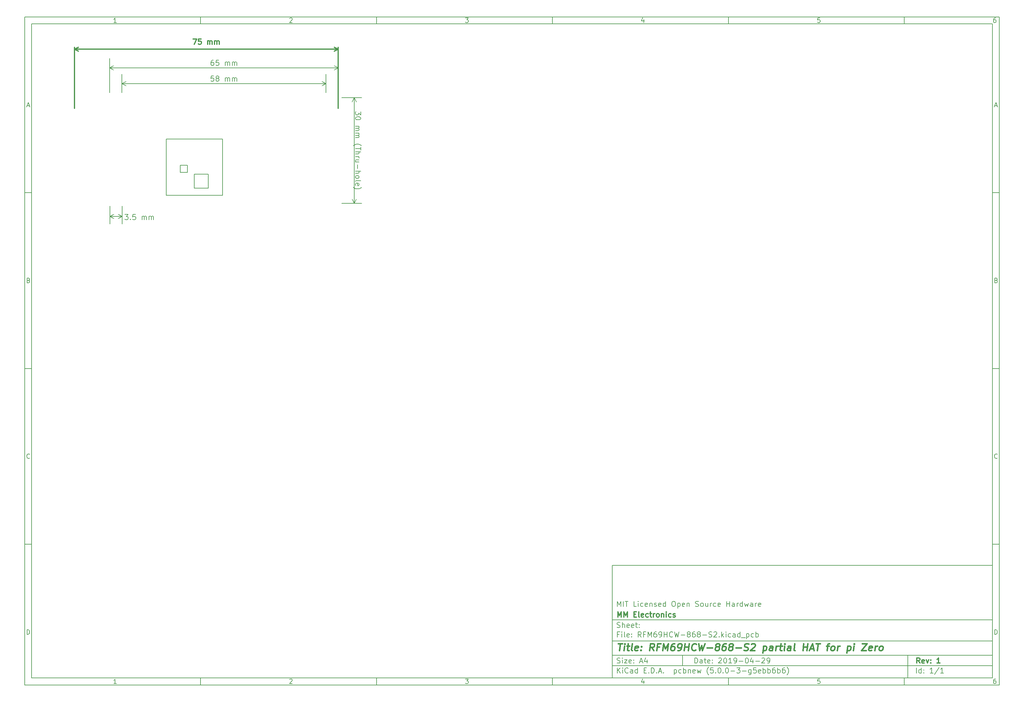
<source format=gbr>
%TF.GenerationSoftware,KiCad,Pcbnew,(5.0.0-3-g5ebb6b6)*%
%TF.CreationDate,2019-04-29T20:19:19+01:00*%
%TF.ProjectId,RFM69HCW-868-S2,52464D36394843572D3836382D53322E,1*%
%TF.SameCoordinates,Original*%
%TF.FileFunction,Drawing*%
%FSLAX46Y46*%
G04 Gerber Fmt 4.6, Leading zero omitted, Abs format (unit mm)*
G04 Created by KiCad (PCBNEW (5.0.0-3-g5ebb6b6)) date Monday, 29 April 2019 at 20:19:19*
%MOMM*%
%LPD*%
G01*
G04 APERTURE LIST*
%ADD10C,0.100000*%
%ADD11C,0.150000*%
%ADD12C,0.300000*%
%ADD13C,0.400000*%
%ADD14C,0.127000*%
%ADD15C,0.203200*%
G04 APERTURE END LIST*
D10*
D11*
X177002200Y-166007200D02*
X177002200Y-198007200D01*
X285002200Y-198007200D01*
X285002200Y-166007200D01*
X177002200Y-166007200D01*
D10*
D11*
X10000000Y-10000000D02*
X10000000Y-200007200D01*
X287002200Y-200007200D01*
X287002200Y-10000000D01*
X10000000Y-10000000D01*
D10*
D11*
X12000000Y-12000000D02*
X12000000Y-198007200D01*
X285002200Y-198007200D01*
X285002200Y-12000000D01*
X12000000Y-12000000D01*
D10*
D11*
X60000000Y-12000000D02*
X60000000Y-10000000D01*
D10*
D11*
X110000000Y-12000000D02*
X110000000Y-10000000D01*
D10*
D11*
X160000000Y-12000000D02*
X160000000Y-10000000D01*
D10*
D11*
X210000000Y-12000000D02*
X210000000Y-10000000D01*
D10*
D11*
X260000000Y-12000000D02*
X260000000Y-10000000D01*
D10*
D11*
X36065476Y-11588095D02*
X35322619Y-11588095D01*
X35694047Y-11588095D02*
X35694047Y-10288095D01*
X35570238Y-10473809D01*
X35446428Y-10597619D01*
X35322619Y-10659523D01*
D10*
D11*
X85322619Y-10411904D02*
X85384523Y-10350000D01*
X85508333Y-10288095D01*
X85817857Y-10288095D01*
X85941666Y-10350000D01*
X86003571Y-10411904D01*
X86065476Y-10535714D01*
X86065476Y-10659523D01*
X86003571Y-10845238D01*
X85260714Y-11588095D01*
X86065476Y-11588095D01*
D10*
D11*
X135260714Y-10288095D02*
X136065476Y-10288095D01*
X135632142Y-10783333D01*
X135817857Y-10783333D01*
X135941666Y-10845238D01*
X136003571Y-10907142D01*
X136065476Y-11030952D01*
X136065476Y-11340476D01*
X136003571Y-11464285D01*
X135941666Y-11526190D01*
X135817857Y-11588095D01*
X135446428Y-11588095D01*
X135322619Y-11526190D01*
X135260714Y-11464285D01*
D10*
D11*
X185941666Y-10721428D02*
X185941666Y-11588095D01*
X185632142Y-10226190D02*
X185322619Y-11154761D01*
X186127380Y-11154761D01*
D10*
D11*
X236003571Y-10288095D02*
X235384523Y-10288095D01*
X235322619Y-10907142D01*
X235384523Y-10845238D01*
X235508333Y-10783333D01*
X235817857Y-10783333D01*
X235941666Y-10845238D01*
X236003571Y-10907142D01*
X236065476Y-11030952D01*
X236065476Y-11340476D01*
X236003571Y-11464285D01*
X235941666Y-11526190D01*
X235817857Y-11588095D01*
X235508333Y-11588095D01*
X235384523Y-11526190D01*
X235322619Y-11464285D01*
D10*
D11*
X285941666Y-10288095D02*
X285694047Y-10288095D01*
X285570238Y-10350000D01*
X285508333Y-10411904D01*
X285384523Y-10597619D01*
X285322619Y-10845238D01*
X285322619Y-11340476D01*
X285384523Y-11464285D01*
X285446428Y-11526190D01*
X285570238Y-11588095D01*
X285817857Y-11588095D01*
X285941666Y-11526190D01*
X286003571Y-11464285D01*
X286065476Y-11340476D01*
X286065476Y-11030952D01*
X286003571Y-10907142D01*
X285941666Y-10845238D01*
X285817857Y-10783333D01*
X285570238Y-10783333D01*
X285446428Y-10845238D01*
X285384523Y-10907142D01*
X285322619Y-11030952D01*
D10*
D11*
X60000000Y-198007200D02*
X60000000Y-200007200D01*
D10*
D11*
X110000000Y-198007200D02*
X110000000Y-200007200D01*
D10*
D11*
X160000000Y-198007200D02*
X160000000Y-200007200D01*
D10*
D11*
X210000000Y-198007200D02*
X210000000Y-200007200D01*
D10*
D11*
X260000000Y-198007200D02*
X260000000Y-200007200D01*
D10*
D11*
X36065476Y-199595295D02*
X35322619Y-199595295D01*
X35694047Y-199595295D02*
X35694047Y-198295295D01*
X35570238Y-198481009D01*
X35446428Y-198604819D01*
X35322619Y-198666723D01*
D10*
D11*
X85322619Y-198419104D02*
X85384523Y-198357200D01*
X85508333Y-198295295D01*
X85817857Y-198295295D01*
X85941666Y-198357200D01*
X86003571Y-198419104D01*
X86065476Y-198542914D01*
X86065476Y-198666723D01*
X86003571Y-198852438D01*
X85260714Y-199595295D01*
X86065476Y-199595295D01*
D10*
D11*
X135260714Y-198295295D02*
X136065476Y-198295295D01*
X135632142Y-198790533D01*
X135817857Y-198790533D01*
X135941666Y-198852438D01*
X136003571Y-198914342D01*
X136065476Y-199038152D01*
X136065476Y-199347676D01*
X136003571Y-199471485D01*
X135941666Y-199533390D01*
X135817857Y-199595295D01*
X135446428Y-199595295D01*
X135322619Y-199533390D01*
X135260714Y-199471485D01*
D10*
D11*
X185941666Y-198728628D02*
X185941666Y-199595295D01*
X185632142Y-198233390D02*
X185322619Y-199161961D01*
X186127380Y-199161961D01*
D10*
D11*
X236003571Y-198295295D02*
X235384523Y-198295295D01*
X235322619Y-198914342D01*
X235384523Y-198852438D01*
X235508333Y-198790533D01*
X235817857Y-198790533D01*
X235941666Y-198852438D01*
X236003571Y-198914342D01*
X236065476Y-199038152D01*
X236065476Y-199347676D01*
X236003571Y-199471485D01*
X235941666Y-199533390D01*
X235817857Y-199595295D01*
X235508333Y-199595295D01*
X235384523Y-199533390D01*
X235322619Y-199471485D01*
D10*
D11*
X285941666Y-198295295D02*
X285694047Y-198295295D01*
X285570238Y-198357200D01*
X285508333Y-198419104D01*
X285384523Y-198604819D01*
X285322619Y-198852438D01*
X285322619Y-199347676D01*
X285384523Y-199471485D01*
X285446428Y-199533390D01*
X285570238Y-199595295D01*
X285817857Y-199595295D01*
X285941666Y-199533390D01*
X286003571Y-199471485D01*
X286065476Y-199347676D01*
X286065476Y-199038152D01*
X286003571Y-198914342D01*
X285941666Y-198852438D01*
X285817857Y-198790533D01*
X285570238Y-198790533D01*
X285446428Y-198852438D01*
X285384523Y-198914342D01*
X285322619Y-199038152D01*
D10*
D11*
X10000000Y-60000000D02*
X12000000Y-60000000D01*
D10*
D11*
X10000000Y-110000000D02*
X12000000Y-110000000D01*
D10*
D11*
X10000000Y-160000000D02*
X12000000Y-160000000D01*
D10*
D11*
X10690476Y-35216666D02*
X11309523Y-35216666D01*
X10566666Y-35588095D02*
X11000000Y-34288095D01*
X11433333Y-35588095D01*
D10*
D11*
X11092857Y-84907142D02*
X11278571Y-84969047D01*
X11340476Y-85030952D01*
X11402380Y-85154761D01*
X11402380Y-85340476D01*
X11340476Y-85464285D01*
X11278571Y-85526190D01*
X11154761Y-85588095D01*
X10659523Y-85588095D01*
X10659523Y-84288095D01*
X11092857Y-84288095D01*
X11216666Y-84350000D01*
X11278571Y-84411904D01*
X11340476Y-84535714D01*
X11340476Y-84659523D01*
X11278571Y-84783333D01*
X11216666Y-84845238D01*
X11092857Y-84907142D01*
X10659523Y-84907142D01*
D10*
D11*
X11402380Y-135464285D02*
X11340476Y-135526190D01*
X11154761Y-135588095D01*
X11030952Y-135588095D01*
X10845238Y-135526190D01*
X10721428Y-135402380D01*
X10659523Y-135278571D01*
X10597619Y-135030952D01*
X10597619Y-134845238D01*
X10659523Y-134597619D01*
X10721428Y-134473809D01*
X10845238Y-134350000D01*
X11030952Y-134288095D01*
X11154761Y-134288095D01*
X11340476Y-134350000D01*
X11402380Y-134411904D01*
D10*
D11*
X10659523Y-185588095D02*
X10659523Y-184288095D01*
X10969047Y-184288095D01*
X11154761Y-184350000D01*
X11278571Y-184473809D01*
X11340476Y-184597619D01*
X11402380Y-184845238D01*
X11402380Y-185030952D01*
X11340476Y-185278571D01*
X11278571Y-185402380D01*
X11154761Y-185526190D01*
X10969047Y-185588095D01*
X10659523Y-185588095D01*
D10*
D11*
X287002200Y-60000000D02*
X285002200Y-60000000D01*
D10*
D11*
X287002200Y-110000000D02*
X285002200Y-110000000D01*
D10*
D11*
X287002200Y-160000000D02*
X285002200Y-160000000D01*
D10*
D11*
X285692676Y-35216666D02*
X286311723Y-35216666D01*
X285568866Y-35588095D02*
X286002200Y-34288095D01*
X286435533Y-35588095D01*
D10*
D11*
X286095057Y-84907142D02*
X286280771Y-84969047D01*
X286342676Y-85030952D01*
X286404580Y-85154761D01*
X286404580Y-85340476D01*
X286342676Y-85464285D01*
X286280771Y-85526190D01*
X286156961Y-85588095D01*
X285661723Y-85588095D01*
X285661723Y-84288095D01*
X286095057Y-84288095D01*
X286218866Y-84350000D01*
X286280771Y-84411904D01*
X286342676Y-84535714D01*
X286342676Y-84659523D01*
X286280771Y-84783333D01*
X286218866Y-84845238D01*
X286095057Y-84907142D01*
X285661723Y-84907142D01*
D10*
D11*
X286404580Y-135464285D02*
X286342676Y-135526190D01*
X286156961Y-135588095D01*
X286033152Y-135588095D01*
X285847438Y-135526190D01*
X285723628Y-135402380D01*
X285661723Y-135278571D01*
X285599819Y-135030952D01*
X285599819Y-134845238D01*
X285661723Y-134597619D01*
X285723628Y-134473809D01*
X285847438Y-134350000D01*
X286033152Y-134288095D01*
X286156961Y-134288095D01*
X286342676Y-134350000D01*
X286404580Y-134411904D01*
D10*
D11*
X285661723Y-185588095D02*
X285661723Y-184288095D01*
X285971247Y-184288095D01*
X286156961Y-184350000D01*
X286280771Y-184473809D01*
X286342676Y-184597619D01*
X286404580Y-184845238D01*
X286404580Y-185030952D01*
X286342676Y-185278571D01*
X286280771Y-185402380D01*
X286156961Y-185526190D01*
X285971247Y-185588095D01*
X285661723Y-185588095D01*
D10*
D11*
X200434342Y-193785771D02*
X200434342Y-192285771D01*
X200791485Y-192285771D01*
X201005771Y-192357200D01*
X201148628Y-192500057D01*
X201220057Y-192642914D01*
X201291485Y-192928628D01*
X201291485Y-193142914D01*
X201220057Y-193428628D01*
X201148628Y-193571485D01*
X201005771Y-193714342D01*
X200791485Y-193785771D01*
X200434342Y-193785771D01*
X202577200Y-193785771D02*
X202577200Y-193000057D01*
X202505771Y-192857200D01*
X202362914Y-192785771D01*
X202077200Y-192785771D01*
X201934342Y-192857200D01*
X202577200Y-193714342D02*
X202434342Y-193785771D01*
X202077200Y-193785771D01*
X201934342Y-193714342D01*
X201862914Y-193571485D01*
X201862914Y-193428628D01*
X201934342Y-193285771D01*
X202077200Y-193214342D01*
X202434342Y-193214342D01*
X202577200Y-193142914D01*
X203077200Y-192785771D02*
X203648628Y-192785771D01*
X203291485Y-192285771D02*
X203291485Y-193571485D01*
X203362914Y-193714342D01*
X203505771Y-193785771D01*
X203648628Y-193785771D01*
X204720057Y-193714342D02*
X204577200Y-193785771D01*
X204291485Y-193785771D01*
X204148628Y-193714342D01*
X204077200Y-193571485D01*
X204077200Y-193000057D01*
X204148628Y-192857200D01*
X204291485Y-192785771D01*
X204577200Y-192785771D01*
X204720057Y-192857200D01*
X204791485Y-193000057D01*
X204791485Y-193142914D01*
X204077200Y-193285771D01*
X205434342Y-193642914D02*
X205505771Y-193714342D01*
X205434342Y-193785771D01*
X205362914Y-193714342D01*
X205434342Y-193642914D01*
X205434342Y-193785771D01*
X205434342Y-192857200D02*
X205505771Y-192928628D01*
X205434342Y-193000057D01*
X205362914Y-192928628D01*
X205434342Y-192857200D01*
X205434342Y-193000057D01*
X207220057Y-192428628D02*
X207291485Y-192357200D01*
X207434342Y-192285771D01*
X207791485Y-192285771D01*
X207934342Y-192357200D01*
X208005771Y-192428628D01*
X208077200Y-192571485D01*
X208077200Y-192714342D01*
X208005771Y-192928628D01*
X207148628Y-193785771D01*
X208077200Y-193785771D01*
X209005771Y-192285771D02*
X209148628Y-192285771D01*
X209291485Y-192357200D01*
X209362914Y-192428628D01*
X209434342Y-192571485D01*
X209505771Y-192857200D01*
X209505771Y-193214342D01*
X209434342Y-193500057D01*
X209362914Y-193642914D01*
X209291485Y-193714342D01*
X209148628Y-193785771D01*
X209005771Y-193785771D01*
X208862914Y-193714342D01*
X208791485Y-193642914D01*
X208720057Y-193500057D01*
X208648628Y-193214342D01*
X208648628Y-192857200D01*
X208720057Y-192571485D01*
X208791485Y-192428628D01*
X208862914Y-192357200D01*
X209005771Y-192285771D01*
X210934342Y-193785771D02*
X210077200Y-193785771D01*
X210505771Y-193785771D02*
X210505771Y-192285771D01*
X210362914Y-192500057D01*
X210220057Y-192642914D01*
X210077200Y-192714342D01*
X211648628Y-193785771D02*
X211934342Y-193785771D01*
X212077200Y-193714342D01*
X212148628Y-193642914D01*
X212291485Y-193428628D01*
X212362914Y-193142914D01*
X212362914Y-192571485D01*
X212291485Y-192428628D01*
X212220057Y-192357200D01*
X212077200Y-192285771D01*
X211791485Y-192285771D01*
X211648628Y-192357200D01*
X211577200Y-192428628D01*
X211505771Y-192571485D01*
X211505771Y-192928628D01*
X211577200Y-193071485D01*
X211648628Y-193142914D01*
X211791485Y-193214342D01*
X212077200Y-193214342D01*
X212220057Y-193142914D01*
X212291485Y-193071485D01*
X212362914Y-192928628D01*
X213005771Y-193214342D02*
X214148628Y-193214342D01*
X215148628Y-192285771D02*
X215291485Y-192285771D01*
X215434342Y-192357200D01*
X215505771Y-192428628D01*
X215577200Y-192571485D01*
X215648628Y-192857200D01*
X215648628Y-193214342D01*
X215577200Y-193500057D01*
X215505771Y-193642914D01*
X215434342Y-193714342D01*
X215291485Y-193785771D01*
X215148628Y-193785771D01*
X215005771Y-193714342D01*
X214934342Y-193642914D01*
X214862914Y-193500057D01*
X214791485Y-193214342D01*
X214791485Y-192857200D01*
X214862914Y-192571485D01*
X214934342Y-192428628D01*
X215005771Y-192357200D01*
X215148628Y-192285771D01*
X216934342Y-192785771D02*
X216934342Y-193785771D01*
X216577200Y-192214342D02*
X216220057Y-193285771D01*
X217148628Y-193285771D01*
X217720057Y-193214342D02*
X218862914Y-193214342D01*
X219505771Y-192428628D02*
X219577200Y-192357200D01*
X219720057Y-192285771D01*
X220077200Y-192285771D01*
X220220057Y-192357200D01*
X220291485Y-192428628D01*
X220362914Y-192571485D01*
X220362914Y-192714342D01*
X220291485Y-192928628D01*
X219434342Y-193785771D01*
X220362914Y-193785771D01*
X221077200Y-193785771D02*
X221362914Y-193785771D01*
X221505771Y-193714342D01*
X221577200Y-193642914D01*
X221720057Y-193428628D01*
X221791485Y-193142914D01*
X221791485Y-192571485D01*
X221720057Y-192428628D01*
X221648628Y-192357200D01*
X221505771Y-192285771D01*
X221220057Y-192285771D01*
X221077200Y-192357200D01*
X221005771Y-192428628D01*
X220934342Y-192571485D01*
X220934342Y-192928628D01*
X221005771Y-193071485D01*
X221077200Y-193142914D01*
X221220057Y-193214342D01*
X221505771Y-193214342D01*
X221648628Y-193142914D01*
X221720057Y-193071485D01*
X221791485Y-192928628D01*
D10*
D11*
X177002200Y-194507200D02*
X285002200Y-194507200D01*
D10*
D11*
X178434342Y-196585771D02*
X178434342Y-195085771D01*
X179291485Y-196585771D02*
X178648628Y-195728628D01*
X179291485Y-195085771D02*
X178434342Y-195942914D01*
X179934342Y-196585771D02*
X179934342Y-195585771D01*
X179934342Y-195085771D02*
X179862914Y-195157200D01*
X179934342Y-195228628D01*
X180005771Y-195157200D01*
X179934342Y-195085771D01*
X179934342Y-195228628D01*
X181505771Y-196442914D02*
X181434342Y-196514342D01*
X181220057Y-196585771D01*
X181077200Y-196585771D01*
X180862914Y-196514342D01*
X180720057Y-196371485D01*
X180648628Y-196228628D01*
X180577200Y-195942914D01*
X180577200Y-195728628D01*
X180648628Y-195442914D01*
X180720057Y-195300057D01*
X180862914Y-195157200D01*
X181077200Y-195085771D01*
X181220057Y-195085771D01*
X181434342Y-195157200D01*
X181505771Y-195228628D01*
X182791485Y-196585771D02*
X182791485Y-195800057D01*
X182720057Y-195657200D01*
X182577200Y-195585771D01*
X182291485Y-195585771D01*
X182148628Y-195657200D01*
X182791485Y-196514342D02*
X182648628Y-196585771D01*
X182291485Y-196585771D01*
X182148628Y-196514342D01*
X182077200Y-196371485D01*
X182077200Y-196228628D01*
X182148628Y-196085771D01*
X182291485Y-196014342D01*
X182648628Y-196014342D01*
X182791485Y-195942914D01*
X184148628Y-196585771D02*
X184148628Y-195085771D01*
X184148628Y-196514342D02*
X184005771Y-196585771D01*
X183720057Y-196585771D01*
X183577200Y-196514342D01*
X183505771Y-196442914D01*
X183434342Y-196300057D01*
X183434342Y-195871485D01*
X183505771Y-195728628D01*
X183577200Y-195657200D01*
X183720057Y-195585771D01*
X184005771Y-195585771D01*
X184148628Y-195657200D01*
X186005771Y-195800057D02*
X186505771Y-195800057D01*
X186720057Y-196585771D02*
X186005771Y-196585771D01*
X186005771Y-195085771D01*
X186720057Y-195085771D01*
X187362914Y-196442914D02*
X187434342Y-196514342D01*
X187362914Y-196585771D01*
X187291485Y-196514342D01*
X187362914Y-196442914D01*
X187362914Y-196585771D01*
X188077200Y-196585771D02*
X188077200Y-195085771D01*
X188434342Y-195085771D01*
X188648628Y-195157200D01*
X188791485Y-195300057D01*
X188862914Y-195442914D01*
X188934342Y-195728628D01*
X188934342Y-195942914D01*
X188862914Y-196228628D01*
X188791485Y-196371485D01*
X188648628Y-196514342D01*
X188434342Y-196585771D01*
X188077200Y-196585771D01*
X189577200Y-196442914D02*
X189648628Y-196514342D01*
X189577200Y-196585771D01*
X189505771Y-196514342D01*
X189577200Y-196442914D01*
X189577200Y-196585771D01*
X190220057Y-196157200D02*
X190934342Y-196157200D01*
X190077200Y-196585771D02*
X190577200Y-195085771D01*
X191077200Y-196585771D01*
X191577200Y-196442914D02*
X191648628Y-196514342D01*
X191577200Y-196585771D01*
X191505771Y-196514342D01*
X191577200Y-196442914D01*
X191577200Y-196585771D01*
X194577200Y-195585771D02*
X194577200Y-197085771D01*
X194577200Y-195657200D02*
X194720057Y-195585771D01*
X195005771Y-195585771D01*
X195148628Y-195657200D01*
X195220057Y-195728628D01*
X195291485Y-195871485D01*
X195291485Y-196300057D01*
X195220057Y-196442914D01*
X195148628Y-196514342D01*
X195005771Y-196585771D01*
X194720057Y-196585771D01*
X194577200Y-196514342D01*
X196577200Y-196514342D02*
X196434342Y-196585771D01*
X196148628Y-196585771D01*
X196005771Y-196514342D01*
X195934342Y-196442914D01*
X195862914Y-196300057D01*
X195862914Y-195871485D01*
X195934342Y-195728628D01*
X196005771Y-195657200D01*
X196148628Y-195585771D01*
X196434342Y-195585771D01*
X196577200Y-195657200D01*
X197220057Y-196585771D02*
X197220057Y-195085771D01*
X197220057Y-195657200D02*
X197362914Y-195585771D01*
X197648628Y-195585771D01*
X197791485Y-195657200D01*
X197862914Y-195728628D01*
X197934342Y-195871485D01*
X197934342Y-196300057D01*
X197862914Y-196442914D01*
X197791485Y-196514342D01*
X197648628Y-196585771D01*
X197362914Y-196585771D01*
X197220057Y-196514342D01*
X198577200Y-195585771D02*
X198577200Y-196585771D01*
X198577200Y-195728628D02*
X198648628Y-195657200D01*
X198791485Y-195585771D01*
X199005771Y-195585771D01*
X199148628Y-195657200D01*
X199220057Y-195800057D01*
X199220057Y-196585771D01*
X200505771Y-196514342D02*
X200362914Y-196585771D01*
X200077200Y-196585771D01*
X199934342Y-196514342D01*
X199862914Y-196371485D01*
X199862914Y-195800057D01*
X199934342Y-195657200D01*
X200077200Y-195585771D01*
X200362914Y-195585771D01*
X200505771Y-195657200D01*
X200577200Y-195800057D01*
X200577200Y-195942914D01*
X199862914Y-196085771D01*
X201077200Y-195585771D02*
X201362914Y-196585771D01*
X201648628Y-195871485D01*
X201934342Y-196585771D01*
X202220057Y-195585771D01*
X204362914Y-197157200D02*
X204291485Y-197085771D01*
X204148628Y-196871485D01*
X204077200Y-196728628D01*
X204005771Y-196514342D01*
X203934342Y-196157200D01*
X203934342Y-195871485D01*
X204005771Y-195514342D01*
X204077200Y-195300057D01*
X204148628Y-195157200D01*
X204291485Y-194942914D01*
X204362914Y-194871485D01*
X205648628Y-195085771D02*
X204934342Y-195085771D01*
X204862914Y-195800057D01*
X204934342Y-195728628D01*
X205077200Y-195657200D01*
X205434342Y-195657200D01*
X205577200Y-195728628D01*
X205648628Y-195800057D01*
X205720057Y-195942914D01*
X205720057Y-196300057D01*
X205648628Y-196442914D01*
X205577200Y-196514342D01*
X205434342Y-196585771D01*
X205077200Y-196585771D01*
X204934342Y-196514342D01*
X204862914Y-196442914D01*
X206362914Y-196442914D02*
X206434342Y-196514342D01*
X206362914Y-196585771D01*
X206291485Y-196514342D01*
X206362914Y-196442914D01*
X206362914Y-196585771D01*
X207362914Y-195085771D02*
X207505771Y-195085771D01*
X207648628Y-195157200D01*
X207720057Y-195228628D01*
X207791485Y-195371485D01*
X207862914Y-195657200D01*
X207862914Y-196014342D01*
X207791485Y-196300057D01*
X207720057Y-196442914D01*
X207648628Y-196514342D01*
X207505771Y-196585771D01*
X207362914Y-196585771D01*
X207220057Y-196514342D01*
X207148628Y-196442914D01*
X207077200Y-196300057D01*
X207005771Y-196014342D01*
X207005771Y-195657200D01*
X207077200Y-195371485D01*
X207148628Y-195228628D01*
X207220057Y-195157200D01*
X207362914Y-195085771D01*
X208505771Y-196442914D02*
X208577200Y-196514342D01*
X208505771Y-196585771D01*
X208434342Y-196514342D01*
X208505771Y-196442914D01*
X208505771Y-196585771D01*
X209505771Y-195085771D02*
X209648628Y-195085771D01*
X209791485Y-195157200D01*
X209862914Y-195228628D01*
X209934342Y-195371485D01*
X210005771Y-195657200D01*
X210005771Y-196014342D01*
X209934342Y-196300057D01*
X209862914Y-196442914D01*
X209791485Y-196514342D01*
X209648628Y-196585771D01*
X209505771Y-196585771D01*
X209362914Y-196514342D01*
X209291485Y-196442914D01*
X209220057Y-196300057D01*
X209148628Y-196014342D01*
X209148628Y-195657200D01*
X209220057Y-195371485D01*
X209291485Y-195228628D01*
X209362914Y-195157200D01*
X209505771Y-195085771D01*
X210648628Y-196014342D02*
X211791485Y-196014342D01*
X212362914Y-195085771D02*
X213291485Y-195085771D01*
X212791485Y-195657200D01*
X213005771Y-195657200D01*
X213148628Y-195728628D01*
X213220057Y-195800057D01*
X213291485Y-195942914D01*
X213291485Y-196300057D01*
X213220057Y-196442914D01*
X213148628Y-196514342D01*
X213005771Y-196585771D01*
X212577200Y-196585771D01*
X212434342Y-196514342D01*
X212362914Y-196442914D01*
X213934342Y-196014342D02*
X215077200Y-196014342D01*
X216434342Y-195585771D02*
X216434342Y-196800057D01*
X216362914Y-196942914D01*
X216291485Y-197014342D01*
X216148628Y-197085771D01*
X215934342Y-197085771D01*
X215791485Y-197014342D01*
X216434342Y-196514342D02*
X216291485Y-196585771D01*
X216005771Y-196585771D01*
X215862914Y-196514342D01*
X215791485Y-196442914D01*
X215720057Y-196300057D01*
X215720057Y-195871485D01*
X215791485Y-195728628D01*
X215862914Y-195657200D01*
X216005771Y-195585771D01*
X216291485Y-195585771D01*
X216434342Y-195657200D01*
X217862914Y-195085771D02*
X217148628Y-195085771D01*
X217077200Y-195800057D01*
X217148628Y-195728628D01*
X217291485Y-195657200D01*
X217648628Y-195657200D01*
X217791485Y-195728628D01*
X217862914Y-195800057D01*
X217934342Y-195942914D01*
X217934342Y-196300057D01*
X217862914Y-196442914D01*
X217791485Y-196514342D01*
X217648628Y-196585771D01*
X217291485Y-196585771D01*
X217148628Y-196514342D01*
X217077200Y-196442914D01*
X219148628Y-196514342D02*
X219005771Y-196585771D01*
X218720057Y-196585771D01*
X218577200Y-196514342D01*
X218505771Y-196371485D01*
X218505771Y-195800057D01*
X218577200Y-195657200D01*
X218720057Y-195585771D01*
X219005771Y-195585771D01*
X219148628Y-195657200D01*
X219220057Y-195800057D01*
X219220057Y-195942914D01*
X218505771Y-196085771D01*
X219862914Y-196585771D02*
X219862914Y-195085771D01*
X219862914Y-195657200D02*
X220005771Y-195585771D01*
X220291485Y-195585771D01*
X220434342Y-195657200D01*
X220505771Y-195728628D01*
X220577200Y-195871485D01*
X220577200Y-196300057D01*
X220505771Y-196442914D01*
X220434342Y-196514342D01*
X220291485Y-196585771D01*
X220005771Y-196585771D01*
X219862914Y-196514342D01*
X221220057Y-196585771D02*
X221220057Y-195085771D01*
X221220057Y-195657200D02*
X221362914Y-195585771D01*
X221648628Y-195585771D01*
X221791485Y-195657200D01*
X221862914Y-195728628D01*
X221934342Y-195871485D01*
X221934342Y-196300057D01*
X221862914Y-196442914D01*
X221791485Y-196514342D01*
X221648628Y-196585771D01*
X221362914Y-196585771D01*
X221220057Y-196514342D01*
X223220057Y-195085771D02*
X222934342Y-195085771D01*
X222791485Y-195157200D01*
X222720057Y-195228628D01*
X222577200Y-195442914D01*
X222505771Y-195728628D01*
X222505771Y-196300057D01*
X222577200Y-196442914D01*
X222648628Y-196514342D01*
X222791485Y-196585771D01*
X223077200Y-196585771D01*
X223220057Y-196514342D01*
X223291485Y-196442914D01*
X223362914Y-196300057D01*
X223362914Y-195942914D01*
X223291485Y-195800057D01*
X223220057Y-195728628D01*
X223077200Y-195657200D01*
X222791485Y-195657200D01*
X222648628Y-195728628D01*
X222577200Y-195800057D01*
X222505771Y-195942914D01*
X224005771Y-196585771D02*
X224005771Y-195085771D01*
X224005771Y-195657200D02*
X224148628Y-195585771D01*
X224434342Y-195585771D01*
X224577200Y-195657200D01*
X224648628Y-195728628D01*
X224720057Y-195871485D01*
X224720057Y-196300057D01*
X224648628Y-196442914D01*
X224577200Y-196514342D01*
X224434342Y-196585771D01*
X224148628Y-196585771D01*
X224005771Y-196514342D01*
X226005771Y-195085771D02*
X225720057Y-195085771D01*
X225577200Y-195157200D01*
X225505771Y-195228628D01*
X225362914Y-195442914D01*
X225291485Y-195728628D01*
X225291485Y-196300057D01*
X225362914Y-196442914D01*
X225434342Y-196514342D01*
X225577200Y-196585771D01*
X225862914Y-196585771D01*
X226005771Y-196514342D01*
X226077200Y-196442914D01*
X226148628Y-196300057D01*
X226148628Y-195942914D01*
X226077200Y-195800057D01*
X226005771Y-195728628D01*
X225862914Y-195657200D01*
X225577200Y-195657200D01*
X225434342Y-195728628D01*
X225362914Y-195800057D01*
X225291485Y-195942914D01*
X226648628Y-197157200D02*
X226720057Y-197085771D01*
X226862914Y-196871485D01*
X226934342Y-196728628D01*
X227005771Y-196514342D01*
X227077200Y-196157200D01*
X227077200Y-195871485D01*
X227005771Y-195514342D01*
X226934342Y-195300057D01*
X226862914Y-195157200D01*
X226720057Y-194942914D01*
X226648628Y-194871485D01*
D10*
D11*
X177002200Y-191507200D02*
X285002200Y-191507200D01*
D10*
D12*
X264411485Y-193785771D02*
X263911485Y-193071485D01*
X263554342Y-193785771D02*
X263554342Y-192285771D01*
X264125771Y-192285771D01*
X264268628Y-192357200D01*
X264340057Y-192428628D01*
X264411485Y-192571485D01*
X264411485Y-192785771D01*
X264340057Y-192928628D01*
X264268628Y-193000057D01*
X264125771Y-193071485D01*
X263554342Y-193071485D01*
X265625771Y-193714342D02*
X265482914Y-193785771D01*
X265197200Y-193785771D01*
X265054342Y-193714342D01*
X264982914Y-193571485D01*
X264982914Y-193000057D01*
X265054342Y-192857200D01*
X265197200Y-192785771D01*
X265482914Y-192785771D01*
X265625771Y-192857200D01*
X265697200Y-193000057D01*
X265697200Y-193142914D01*
X264982914Y-193285771D01*
X266197200Y-192785771D02*
X266554342Y-193785771D01*
X266911485Y-192785771D01*
X267482914Y-193642914D02*
X267554342Y-193714342D01*
X267482914Y-193785771D01*
X267411485Y-193714342D01*
X267482914Y-193642914D01*
X267482914Y-193785771D01*
X267482914Y-192857200D02*
X267554342Y-192928628D01*
X267482914Y-193000057D01*
X267411485Y-192928628D01*
X267482914Y-192857200D01*
X267482914Y-193000057D01*
X270125771Y-193785771D02*
X269268628Y-193785771D01*
X269697200Y-193785771D02*
X269697200Y-192285771D01*
X269554342Y-192500057D01*
X269411485Y-192642914D01*
X269268628Y-192714342D01*
D10*
D11*
X178362914Y-193714342D02*
X178577200Y-193785771D01*
X178934342Y-193785771D01*
X179077200Y-193714342D01*
X179148628Y-193642914D01*
X179220057Y-193500057D01*
X179220057Y-193357200D01*
X179148628Y-193214342D01*
X179077200Y-193142914D01*
X178934342Y-193071485D01*
X178648628Y-193000057D01*
X178505771Y-192928628D01*
X178434342Y-192857200D01*
X178362914Y-192714342D01*
X178362914Y-192571485D01*
X178434342Y-192428628D01*
X178505771Y-192357200D01*
X178648628Y-192285771D01*
X179005771Y-192285771D01*
X179220057Y-192357200D01*
X179862914Y-193785771D02*
X179862914Y-192785771D01*
X179862914Y-192285771D02*
X179791485Y-192357200D01*
X179862914Y-192428628D01*
X179934342Y-192357200D01*
X179862914Y-192285771D01*
X179862914Y-192428628D01*
X180434342Y-192785771D02*
X181220057Y-192785771D01*
X180434342Y-193785771D01*
X181220057Y-193785771D01*
X182362914Y-193714342D02*
X182220057Y-193785771D01*
X181934342Y-193785771D01*
X181791485Y-193714342D01*
X181720057Y-193571485D01*
X181720057Y-193000057D01*
X181791485Y-192857200D01*
X181934342Y-192785771D01*
X182220057Y-192785771D01*
X182362914Y-192857200D01*
X182434342Y-193000057D01*
X182434342Y-193142914D01*
X181720057Y-193285771D01*
X183077200Y-193642914D02*
X183148628Y-193714342D01*
X183077200Y-193785771D01*
X183005771Y-193714342D01*
X183077200Y-193642914D01*
X183077200Y-193785771D01*
X183077200Y-192857200D02*
X183148628Y-192928628D01*
X183077200Y-193000057D01*
X183005771Y-192928628D01*
X183077200Y-192857200D01*
X183077200Y-193000057D01*
X184862914Y-193357200D02*
X185577200Y-193357200D01*
X184720057Y-193785771D02*
X185220057Y-192285771D01*
X185720057Y-193785771D01*
X186862914Y-192785771D02*
X186862914Y-193785771D01*
X186505771Y-192214342D02*
X186148628Y-193285771D01*
X187077200Y-193285771D01*
D10*
D11*
X263434342Y-196585771D02*
X263434342Y-195085771D01*
X264791485Y-196585771D02*
X264791485Y-195085771D01*
X264791485Y-196514342D02*
X264648628Y-196585771D01*
X264362914Y-196585771D01*
X264220057Y-196514342D01*
X264148628Y-196442914D01*
X264077200Y-196300057D01*
X264077200Y-195871485D01*
X264148628Y-195728628D01*
X264220057Y-195657200D01*
X264362914Y-195585771D01*
X264648628Y-195585771D01*
X264791485Y-195657200D01*
X265505771Y-196442914D02*
X265577200Y-196514342D01*
X265505771Y-196585771D01*
X265434342Y-196514342D01*
X265505771Y-196442914D01*
X265505771Y-196585771D01*
X265505771Y-195657200D02*
X265577200Y-195728628D01*
X265505771Y-195800057D01*
X265434342Y-195728628D01*
X265505771Y-195657200D01*
X265505771Y-195800057D01*
X268148628Y-196585771D02*
X267291485Y-196585771D01*
X267720057Y-196585771D02*
X267720057Y-195085771D01*
X267577200Y-195300057D01*
X267434342Y-195442914D01*
X267291485Y-195514342D01*
X269862914Y-195014342D02*
X268577200Y-196942914D01*
X271148628Y-196585771D02*
X270291485Y-196585771D01*
X270720057Y-196585771D02*
X270720057Y-195085771D01*
X270577200Y-195300057D01*
X270434342Y-195442914D01*
X270291485Y-195514342D01*
D10*
D11*
X177002200Y-187507200D02*
X285002200Y-187507200D01*
D10*
D13*
X178714580Y-188211961D02*
X179857438Y-188211961D01*
X179036009Y-190211961D02*
X179286009Y-188211961D01*
X180274104Y-190211961D02*
X180440771Y-188878628D01*
X180524104Y-188211961D02*
X180416961Y-188307200D01*
X180500295Y-188402438D01*
X180607438Y-188307200D01*
X180524104Y-188211961D01*
X180500295Y-188402438D01*
X181107438Y-188878628D02*
X181869342Y-188878628D01*
X181476485Y-188211961D02*
X181262200Y-189926247D01*
X181333628Y-190116723D01*
X181512200Y-190211961D01*
X181702676Y-190211961D01*
X182655057Y-190211961D02*
X182476485Y-190116723D01*
X182405057Y-189926247D01*
X182619342Y-188211961D01*
X184190771Y-190116723D02*
X183988390Y-190211961D01*
X183607438Y-190211961D01*
X183428866Y-190116723D01*
X183357438Y-189926247D01*
X183452676Y-189164342D01*
X183571723Y-188973866D01*
X183774104Y-188878628D01*
X184155057Y-188878628D01*
X184333628Y-188973866D01*
X184405057Y-189164342D01*
X184381247Y-189354819D01*
X183405057Y-189545295D01*
X185155057Y-190021485D02*
X185238390Y-190116723D01*
X185131247Y-190211961D01*
X185047914Y-190116723D01*
X185155057Y-190021485D01*
X185131247Y-190211961D01*
X185286009Y-188973866D02*
X185369342Y-189069104D01*
X185262200Y-189164342D01*
X185178866Y-189069104D01*
X185286009Y-188973866D01*
X185262200Y-189164342D01*
X188750295Y-190211961D02*
X188202676Y-189259580D01*
X187607438Y-190211961D02*
X187857438Y-188211961D01*
X188619342Y-188211961D01*
X188797914Y-188307200D01*
X188881247Y-188402438D01*
X188952676Y-188592914D01*
X188916961Y-188878628D01*
X188797914Y-189069104D01*
X188690771Y-189164342D01*
X188488390Y-189259580D01*
X187726485Y-189259580D01*
X190405057Y-189164342D02*
X189738390Y-189164342D01*
X189607438Y-190211961D02*
X189857438Y-188211961D01*
X190809819Y-188211961D01*
X191321723Y-190211961D02*
X191571723Y-188211961D01*
X192059819Y-189640533D01*
X192905057Y-188211961D01*
X192655057Y-190211961D01*
X194714580Y-188211961D02*
X194333628Y-188211961D01*
X194131247Y-188307200D01*
X194024104Y-188402438D01*
X193797914Y-188688152D01*
X193655057Y-189069104D01*
X193559819Y-189831009D01*
X193631247Y-190021485D01*
X193714580Y-190116723D01*
X193893152Y-190211961D01*
X194274104Y-190211961D01*
X194476485Y-190116723D01*
X194583628Y-190021485D01*
X194702676Y-189831009D01*
X194762200Y-189354819D01*
X194690771Y-189164342D01*
X194607438Y-189069104D01*
X194428866Y-188973866D01*
X194047914Y-188973866D01*
X193845533Y-189069104D01*
X193738390Y-189164342D01*
X193619342Y-189354819D01*
X195607438Y-190211961D02*
X195988390Y-190211961D01*
X196190771Y-190116723D01*
X196297914Y-190021485D01*
X196524104Y-189735771D01*
X196666961Y-189354819D01*
X196762200Y-188592914D01*
X196690771Y-188402438D01*
X196607438Y-188307200D01*
X196428866Y-188211961D01*
X196047914Y-188211961D01*
X195845533Y-188307200D01*
X195738390Y-188402438D01*
X195619342Y-188592914D01*
X195559819Y-189069104D01*
X195631247Y-189259580D01*
X195714580Y-189354819D01*
X195893152Y-189450057D01*
X196274104Y-189450057D01*
X196476485Y-189354819D01*
X196583628Y-189259580D01*
X196702676Y-189069104D01*
X197416961Y-190211961D02*
X197666961Y-188211961D01*
X197547914Y-189164342D02*
X198690771Y-189164342D01*
X198559819Y-190211961D02*
X198809819Y-188211961D01*
X200678866Y-190021485D02*
X200571723Y-190116723D01*
X200274104Y-190211961D01*
X200083628Y-190211961D01*
X199809819Y-190116723D01*
X199643152Y-189926247D01*
X199571723Y-189735771D01*
X199524104Y-189354819D01*
X199559819Y-189069104D01*
X199702676Y-188688152D01*
X199821723Y-188497676D01*
X200036009Y-188307200D01*
X200333628Y-188211961D01*
X200524104Y-188211961D01*
X200797914Y-188307200D01*
X200881247Y-188402438D01*
X201571723Y-188211961D02*
X201797914Y-190211961D01*
X202357438Y-188783390D01*
X202559819Y-190211961D01*
X203286009Y-188211961D01*
X203893152Y-189450057D02*
X205416961Y-189450057D01*
X206702676Y-189069104D02*
X206524104Y-188973866D01*
X206440771Y-188878628D01*
X206369342Y-188688152D01*
X206381247Y-188592914D01*
X206500295Y-188402438D01*
X206607438Y-188307200D01*
X206809819Y-188211961D01*
X207190771Y-188211961D01*
X207369342Y-188307200D01*
X207452676Y-188402438D01*
X207524104Y-188592914D01*
X207512200Y-188688152D01*
X207393152Y-188878628D01*
X207286009Y-188973866D01*
X207083628Y-189069104D01*
X206702676Y-189069104D01*
X206500295Y-189164342D01*
X206393152Y-189259580D01*
X206274104Y-189450057D01*
X206226485Y-189831009D01*
X206297914Y-190021485D01*
X206381247Y-190116723D01*
X206559819Y-190211961D01*
X206940771Y-190211961D01*
X207143152Y-190116723D01*
X207250295Y-190021485D01*
X207369342Y-189831009D01*
X207416961Y-189450057D01*
X207345533Y-189259580D01*
X207262200Y-189164342D01*
X207083628Y-189069104D01*
X209286009Y-188211961D02*
X208905057Y-188211961D01*
X208702676Y-188307200D01*
X208595533Y-188402438D01*
X208369342Y-188688152D01*
X208226485Y-189069104D01*
X208131247Y-189831009D01*
X208202676Y-190021485D01*
X208286009Y-190116723D01*
X208464580Y-190211961D01*
X208845533Y-190211961D01*
X209047914Y-190116723D01*
X209155057Y-190021485D01*
X209274104Y-189831009D01*
X209333628Y-189354819D01*
X209262200Y-189164342D01*
X209178866Y-189069104D01*
X209000295Y-188973866D01*
X208619342Y-188973866D01*
X208416961Y-189069104D01*
X208309819Y-189164342D01*
X208190771Y-189354819D01*
X210512200Y-189069104D02*
X210333628Y-188973866D01*
X210250295Y-188878628D01*
X210178866Y-188688152D01*
X210190771Y-188592914D01*
X210309819Y-188402438D01*
X210416961Y-188307200D01*
X210619342Y-188211961D01*
X211000295Y-188211961D01*
X211178866Y-188307200D01*
X211262200Y-188402438D01*
X211333628Y-188592914D01*
X211321723Y-188688152D01*
X211202676Y-188878628D01*
X211095533Y-188973866D01*
X210893152Y-189069104D01*
X210512200Y-189069104D01*
X210309819Y-189164342D01*
X210202676Y-189259580D01*
X210083628Y-189450057D01*
X210036009Y-189831009D01*
X210107438Y-190021485D01*
X210190771Y-190116723D01*
X210369342Y-190211961D01*
X210750295Y-190211961D01*
X210952676Y-190116723D01*
X211059819Y-190021485D01*
X211178866Y-189831009D01*
X211226485Y-189450057D01*
X211155057Y-189259580D01*
X211071723Y-189164342D01*
X210893152Y-189069104D01*
X212083628Y-189450057D02*
X213607438Y-189450057D01*
X214381247Y-190116723D02*
X214655057Y-190211961D01*
X215131247Y-190211961D01*
X215333628Y-190116723D01*
X215440771Y-190021485D01*
X215559819Y-189831009D01*
X215583628Y-189640533D01*
X215512200Y-189450057D01*
X215428866Y-189354819D01*
X215250295Y-189259580D01*
X214881247Y-189164342D01*
X214702676Y-189069104D01*
X214619342Y-188973866D01*
X214547914Y-188783390D01*
X214571723Y-188592914D01*
X214690771Y-188402438D01*
X214797914Y-188307200D01*
X215000295Y-188211961D01*
X215476485Y-188211961D01*
X215750295Y-188307200D01*
X216500295Y-188402438D02*
X216607438Y-188307200D01*
X216809819Y-188211961D01*
X217286009Y-188211961D01*
X217464580Y-188307200D01*
X217547914Y-188402438D01*
X217619342Y-188592914D01*
X217595533Y-188783390D01*
X217464580Y-189069104D01*
X216178866Y-190211961D01*
X217416961Y-190211961D01*
X219964580Y-188878628D02*
X219714580Y-190878628D01*
X219952676Y-188973866D02*
X220155057Y-188878628D01*
X220536009Y-188878628D01*
X220714580Y-188973866D01*
X220797914Y-189069104D01*
X220869342Y-189259580D01*
X220797914Y-189831009D01*
X220678866Y-190021485D01*
X220571723Y-190116723D01*
X220369342Y-190211961D01*
X219988390Y-190211961D01*
X219809819Y-190116723D01*
X222464580Y-190211961D02*
X222595533Y-189164342D01*
X222524104Y-188973866D01*
X222345533Y-188878628D01*
X221964580Y-188878628D01*
X221762200Y-188973866D01*
X222476485Y-190116723D02*
X222274104Y-190211961D01*
X221797914Y-190211961D01*
X221619342Y-190116723D01*
X221547914Y-189926247D01*
X221571723Y-189735771D01*
X221690771Y-189545295D01*
X221893152Y-189450057D01*
X222369342Y-189450057D01*
X222571723Y-189354819D01*
X223416961Y-190211961D02*
X223583628Y-188878628D01*
X223536009Y-189259580D02*
X223655057Y-189069104D01*
X223762199Y-188973866D01*
X223964580Y-188878628D01*
X224155057Y-188878628D01*
X224536009Y-188878628D02*
X225297914Y-188878628D01*
X224905057Y-188211961D02*
X224690771Y-189926247D01*
X224762200Y-190116723D01*
X224940771Y-190211961D01*
X225131247Y-190211961D01*
X225797914Y-190211961D02*
X225964580Y-188878628D01*
X226047914Y-188211961D02*
X225940771Y-188307200D01*
X226024104Y-188402438D01*
X226131247Y-188307200D01*
X226047914Y-188211961D01*
X226024104Y-188402438D01*
X227607438Y-190211961D02*
X227738390Y-189164342D01*
X227666961Y-188973866D01*
X227488390Y-188878628D01*
X227107438Y-188878628D01*
X226905057Y-188973866D01*
X227619342Y-190116723D02*
X227416961Y-190211961D01*
X226940771Y-190211961D01*
X226762200Y-190116723D01*
X226690771Y-189926247D01*
X226714580Y-189735771D01*
X226833628Y-189545295D01*
X227036009Y-189450057D01*
X227512200Y-189450057D01*
X227714580Y-189354819D01*
X228845533Y-190211961D02*
X228666961Y-190116723D01*
X228595533Y-189926247D01*
X228809819Y-188211961D01*
X231131247Y-190211961D02*
X231381247Y-188211961D01*
X231262199Y-189164342D02*
X232405057Y-189164342D01*
X232274104Y-190211961D02*
X232524104Y-188211961D01*
X233202676Y-189640533D02*
X234155057Y-189640533D01*
X232940771Y-190211961D02*
X233857438Y-188211961D01*
X234274104Y-190211961D01*
X234905057Y-188211961D02*
X236047914Y-188211961D01*
X235226485Y-190211961D02*
X235476485Y-188211961D01*
X237869342Y-188878628D02*
X238631247Y-188878628D01*
X237988390Y-190211961D02*
X238202676Y-188497676D01*
X238321723Y-188307200D01*
X238524104Y-188211961D01*
X238714580Y-188211961D01*
X239416961Y-190211961D02*
X239238390Y-190116723D01*
X239155057Y-190021485D01*
X239083628Y-189831009D01*
X239155057Y-189259580D01*
X239274104Y-189069104D01*
X239381247Y-188973866D01*
X239583628Y-188878628D01*
X239869342Y-188878628D01*
X240047914Y-188973866D01*
X240131247Y-189069104D01*
X240202676Y-189259580D01*
X240131247Y-189831009D01*
X240012199Y-190021485D01*
X239905057Y-190116723D01*
X239702676Y-190211961D01*
X239416961Y-190211961D01*
X240940771Y-190211961D02*
X241107438Y-188878628D01*
X241059819Y-189259580D02*
X241178866Y-189069104D01*
X241286009Y-188973866D01*
X241488390Y-188878628D01*
X241678866Y-188878628D01*
X243869342Y-188878628D02*
X243619342Y-190878628D01*
X243857438Y-188973866D02*
X244059819Y-188878628D01*
X244440771Y-188878628D01*
X244619342Y-188973866D01*
X244702676Y-189069104D01*
X244774104Y-189259580D01*
X244702676Y-189831009D01*
X244583628Y-190021485D01*
X244476485Y-190116723D01*
X244274104Y-190211961D01*
X243893152Y-190211961D01*
X243714580Y-190116723D01*
X245512199Y-190211961D02*
X245678866Y-188878628D01*
X245762199Y-188211961D02*
X245655057Y-188307200D01*
X245738390Y-188402438D01*
X245845533Y-188307200D01*
X245762199Y-188211961D01*
X245738390Y-188402438D01*
X248047914Y-188211961D02*
X249381247Y-188211961D01*
X247797914Y-190211961D01*
X249131247Y-190211961D01*
X250666961Y-190116723D02*
X250464580Y-190211961D01*
X250083628Y-190211961D01*
X249905057Y-190116723D01*
X249833628Y-189926247D01*
X249928866Y-189164342D01*
X250047914Y-188973866D01*
X250250295Y-188878628D01*
X250631247Y-188878628D01*
X250809819Y-188973866D01*
X250881247Y-189164342D01*
X250857438Y-189354819D01*
X249881247Y-189545295D01*
X251607438Y-190211961D02*
X251774104Y-188878628D01*
X251726485Y-189259580D02*
X251845533Y-189069104D01*
X251952676Y-188973866D01*
X252155057Y-188878628D01*
X252345533Y-188878628D01*
X253131247Y-190211961D02*
X252952676Y-190116723D01*
X252869342Y-190021485D01*
X252797914Y-189831009D01*
X252869342Y-189259580D01*
X252988390Y-189069104D01*
X253095533Y-188973866D01*
X253297914Y-188878628D01*
X253583628Y-188878628D01*
X253762200Y-188973866D01*
X253845533Y-189069104D01*
X253916961Y-189259580D01*
X253845533Y-189831009D01*
X253726485Y-190021485D01*
X253619342Y-190116723D01*
X253416961Y-190211961D01*
X253131247Y-190211961D01*
D10*
D11*
X178934342Y-185600057D02*
X178434342Y-185600057D01*
X178434342Y-186385771D02*
X178434342Y-184885771D01*
X179148628Y-184885771D01*
X179720057Y-186385771D02*
X179720057Y-185385771D01*
X179720057Y-184885771D02*
X179648628Y-184957200D01*
X179720057Y-185028628D01*
X179791485Y-184957200D01*
X179720057Y-184885771D01*
X179720057Y-185028628D01*
X180648628Y-186385771D02*
X180505771Y-186314342D01*
X180434342Y-186171485D01*
X180434342Y-184885771D01*
X181791485Y-186314342D02*
X181648628Y-186385771D01*
X181362914Y-186385771D01*
X181220057Y-186314342D01*
X181148628Y-186171485D01*
X181148628Y-185600057D01*
X181220057Y-185457200D01*
X181362914Y-185385771D01*
X181648628Y-185385771D01*
X181791485Y-185457200D01*
X181862914Y-185600057D01*
X181862914Y-185742914D01*
X181148628Y-185885771D01*
X182505771Y-186242914D02*
X182577200Y-186314342D01*
X182505771Y-186385771D01*
X182434342Y-186314342D01*
X182505771Y-186242914D01*
X182505771Y-186385771D01*
X182505771Y-185457200D02*
X182577200Y-185528628D01*
X182505771Y-185600057D01*
X182434342Y-185528628D01*
X182505771Y-185457200D01*
X182505771Y-185600057D01*
X185220057Y-186385771D02*
X184720057Y-185671485D01*
X184362914Y-186385771D02*
X184362914Y-184885771D01*
X184934342Y-184885771D01*
X185077200Y-184957200D01*
X185148628Y-185028628D01*
X185220057Y-185171485D01*
X185220057Y-185385771D01*
X185148628Y-185528628D01*
X185077200Y-185600057D01*
X184934342Y-185671485D01*
X184362914Y-185671485D01*
X186362914Y-185600057D02*
X185862914Y-185600057D01*
X185862914Y-186385771D02*
X185862914Y-184885771D01*
X186577200Y-184885771D01*
X187148628Y-186385771D02*
X187148628Y-184885771D01*
X187648628Y-185957200D01*
X188148628Y-184885771D01*
X188148628Y-186385771D01*
X189505771Y-184885771D02*
X189220057Y-184885771D01*
X189077200Y-184957200D01*
X189005771Y-185028628D01*
X188862914Y-185242914D01*
X188791485Y-185528628D01*
X188791485Y-186100057D01*
X188862914Y-186242914D01*
X188934342Y-186314342D01*
X189077200Y-186385771D01*
X189362914Y-186385771D01*
X189505771Y-186314342D01*
X189577200Y-186242914D01*
X189648628Y-186100057D01*
X189648628Y-185742914D01*
X189577200Y-185600057D01*
X189505771Y-185528628D01*
X189362914Y-185457200D01*
X189077200Y-185457200D01*
X188934342Y-185528628D01*
X188862914Y-185600057D01*
X188791485Y-185742914D01*
X190362914Y-186385771D02*
X190648628Y-186385771D01*
X190791485Y-186314342D01*
X190862914Y-186242914D01*
X191005771Y-186028628D01*
X191077200Y-185742914D01*
X191077200Y-185171485D01*
X191005771Y-185028628D01*
X190934342Y-184957200D01*
X190791485Y-184885771D01*
X190505771Y-184885771D01*
X190362914Y-184957200D01*
X190291485Y-185028628D01*
X190220057Y-185171485D01*
X190220057Y-185528628D01*
X190291485Y-185671485D01*
X190362914Y-185742914D01*
X190505771Y-185814342D01*
X190791485Y-185814342D01*
X190934342Y-185742914D01*
X191005771Y-185671485D01*
X191077200Y-185528628D01*
X191720057Y-186385771D02*
X191720057Y-184885771D01*
X191720057Y-185600057D02*
X192577200Y-185600057D01*
X192577200Y-186385771D02*
X192577200Y-184885771D01*
X194148628Y-186242914D02*
X194077200Y-186314342D01*
X193862914Y-186385771D01*
X193720057Y-186385771D01*
X193505771Y-186314342D01*
X193362914Y-186171485D01*
X193291485Y-186028628D01*
X193220057Y-185742914D01*
X193220057Y-185528628D01*
X193291485Y-185242914D01*
X193362914Y-185100057D01*
X193505771Y-184957200D01*
X193720057Y-184885771D01*
X193862914Y-184885771D01*
X194077200Y-184957200D01*
X194148628Y-185028628D01*
X194648628Y-184885771D02*
X195005771Y-186385771D01*
X195291485Y-185314342D01*
X195577200Y-186385771D01*
X195934342Y-184885771D01*
X196505771Y-185814342D02*
X197648628Y-185814342D01*
X198577200Y-185528628D02*
X198434342Y-185457200D01*
X198362914Y-185385771D01*
X198291485Y-185242914D01*
X198291485Y-185171485D01*
X198362914Y-185028628D01*
X198434342Y-184957200D01*
X198577200Y-184885771D01*
X198862914Y-184885771D01*
X199005771Y-184957200D01*
X199077200Y-185028628D01*
X199148628Y-185171485D01*
X199148628Y-185242914D01*
X199077200Y-185385771D01*
X199005771Y-185457200D01*
X198862914Y-185528628D01*
X198577200Y-185528628D01*
X198434342Y-185600057D01*
X198362914Y-185671485D01*
X198291485Y-185814342D01*
X198291485Y-186100057D01*
X198362914Y-186242914D01*
X198434342Y-186314342D01*
X198577200Y-186385771D01*
X198862914Y-186385771D01*
X199005771Y-186314342D01*
X199077200Y-186242914D01*
X199148628Y-186100057D01*
X199148628Y-185814342D01*
X199077200Y-185671485D01*
X199005771Y-185600057D01*
X198862914Y-185528628D01*
X200434342Y-184885771D02*
X200148628Y-184885771D01*
X200005771Y-184957200D01*
X199934342Y-185028628D01*
X199791485Y-185242914D01*
X199720057Y-185528628D01*
X199720057Y-186100057D01*
X199791485Y-186242914D01*
X199862914Y-186314342D01*
X200005771Y-186385771D01*
X200291485Y-186385771D01*
X200434342Y-186314342D01*
X200505771Y-186242914D01*
X200577200Y-186100057D01*
X200577200Y-185742914D01*
X200505771Y-185600057D01*
X200434342Y-185528628D01*
X200291485Y-185457200D01*
X200005771Y-185457200D01*
X199862914Y-185528628D01*
X199791485Y-185600057D01*
X199720057Y-185742914D01*
X201434342Y-185528628D02*
X201291485Y-185457200D01*
X201220057Y-185385771D01*
X201148628Y-185242914D01*
X201148628Y-185171485D01*
X201220057Y-185028628D01*
X201291485Y-184957200D01*
X201434342Y-184885771D01*
X201720057Y-184885771D01*
X201862914Y-184957200D01*
X201934342Y-185028628D01*
X202005771Y-185171485D01*
X202005771Y-185242914D01*
X201934342Y-185385771D01*
X201862914Y-185457200D01*
X201720057Y-185528628D01*
X201434342Y-185528628D01*
X201291485Y-185600057D01*
X201220057Y-185671485D01*
X201148628Y-185814342D01*
X201148628Y-186100057D01*
X201220057Y-186242914D01*
X201291485Y-186314342D01*
X201434342Y-186385771D01*
X201720057Y-186385771D01*
X201862914Y-186314342D01*
X201934342Y-186242914D01*
X202005771Y-186100057D01*
X202005771Y-185814342D01*
X201934342Y-185671485D01*
X201862914Y-185600057D01*
X201720057Y-185528628D01*
X202648628Y-185814342D02*
X203791485Y-185814342D01*
X204434342Y-186314342D02*
X204648628Y-186385771D01*
X205005771Y-186385771D01*
X205148628Y-186314342D01*
X205220057Y-186242914D01*
X205291485Y-186100057D01*
X205291485Y-185957200D01*
X205220057Y-185814342D01*
X205148628Y-185742914D01*
X205005771Y-185671485D01*
X204720057Y-185600057D01*
X204577200Y-185528628D01*
X204505771Y-185457200D01*
X204434342Y-185314342D01*
X204434342Y-185171485D01*
X204505771Y-185028628D01*
X204577200Y-184957200D01*
X204720057Y-184885771D01*
X205077200Y-184885771D01*
X205291485Y-184957200D01*
X205862914Y-185028628D02*
X205934342Y-184957200D01*
X206077200Y-184885771D01*
X206434342Y-184885771D01*
X206577200Y-184957200D01*
X206648628Y-185028628D01*
X206720057Y-185171485D01*
X206720057Y-185314342D01*
X206648628Y-185528628D01*
X205791485Y-186385771D01*
X206720057Y-186385771D01*
X207362914Y-186242914D02*
X207434342Y-186314342D01*
X207362914Y-186385771D01*
X207291485Y-186314342D01*
X207362914Y-186242914D01*
X207362914Y-186385771D01*
X208077200Y-186385771D02*
X208077200Y-184885771D01*
X208220057Y-185814342D02*
X208648628Y-186385771D01*
X208648628Y-185385771D02*
X208077200Y-185957200D01*
X209291485Y-186385771D02*
X209291485Y-185385771D01*
X209291485Y-184885771D02*
X209220057Y-184957200D01*
X209291485Y-185028628D01*
X209362914Y-184957200D01*
X209291485Y-184885771D01*
X209291485Y-185028628D01*
X210648628Y-186314342D02*
X210505771Y-186385771D01*
X210220057Y-186385771D01*
X210077200Y-186314342D01*
X210005771Y-186242914D01*
X209934342Y-186100057D01*
X209934342Y-185671485D01*
X210005771Y-185528628D01*
X210077200Y-185457200D01*
X210220057Y-185385771D01*
X210505771Y-185385771D01*
X210648628Y-185457200D01*
X211934342Y-186385771D02*
X211934342Y-185600057D01*
X211862914Y-185457200D01*
X211720057Y-185385771D01*
X211434342Y-185385771D01*
X211291485Y-185457200D01*
X211934342Y-186314342D02*
X211791485Y-186385771D01*
X211434342Y-186385771D01*
X211291485Y-186314342D01*
X211220057Y-186171485D01*
X211220057Y-186028628D01*
X211291485Y-185885771D01*
X211434342Y-185814342D01*
X211791485Y-185814342D01*
X211934342Y-185742914D01*
X213291485Y-186385771D02*
X213291485Y-184885771D01*
X213291485Y-186314342D02*
X213148628Y-186385771D01*
X212862914Y-186385771D01*
X212720057Y-186314342D01*
X212648628Y-186242914D01*
X212577200Y-186100057D01*
X212577200Y-185671485D01*
X212648628Y-185528628D01*
X212720057Y-185457200D01*
X212862914Y-185385771D01*
X213148628Y-185385771D01*
X213291485Y-185457200D01*
X213648628Y-186528628D02*
X214791485Y-186528628D01*
X215148628Y-185385771D02*
X215148628Y-186885771D01*
X215148628Y-185457200D02*
X215291485Y-185385771D01*
X215577200Y-185385771D01*
X215720057Y-185457200D01*
X215791485Y-185528628D01*
X215862914Y-185671485D01*
X215862914Y-186100057D01*
X215791485Y-186242914D01*
X215720057Y-186314342D01*
X215577200Y-186385771D01*
X215291485Y-186385771D01*
X215148628Y-186314342D01*
X217148628Y-186314342D02*
X217005771Y-186385771D01*
X216720057Y-186385771D01*
X216577200Y-186314342D01*
X216505771Y-186242914D01*
X216434342Y-186100057D01*
X216434342Y-185671485D01*
X216505771Y-185528628D01*
X216577200Y-185457200D01*
X216720057Y-185385771D01*
X217005771Y-185385771D01*
X217148628Y-185457200D01*
X217791485Y-186385771D02*
X217791485Y-184885771D01*
X217791485Y-185457200D02*
X217934342Y-185385771D01*
X218220057Y-185385771D01*
X218362914Y-185457200D01*
X218434342Y-185528628D01*
X218505771Y-185671485D01*
X218505771Y-186100057D01*
X218434342Y-186242914D01*
X218362914Y-186314342D01*
X218220057Y-186385771D01*
X217934342Y-186385771D01*
X217791485Y-186314342D01*
D10*
D11*
X177002200Y-181507200D02*
X285002200Y-181507200D01*
D10*
D11*
X178362914Y-183614342D02*
X178577200Y-183685771D01*
X178934342Y-183685771D01*
X179077200Y-183614342D01*
X179148628Y-183542914D01*
X179220057Y-183400057D01*
X179220057Y-183257200D01*
X179148628Y-183114342D01*
X179077200Y-183042914D01*
X178934342Y-182971485D01*
X178648628Y-182900057D01*
X178505771Y-182828628D01*
X178434342Y-182757200D01*
X178362914Y-182614342D01*
X178362914Y-182471485D01*
X178434342Y-182328628D01*
X178505771Y-182257200D01*
X178648628Y-182185771D01*
X179005771Y-182185771D01*
X179220057Y-182257200D01*
X179862914Y-183685771D02*
X179862914Y-182185771D01*
X180505771Y-183685771D02*
X180505771Y-182900057D01*
X180434342Y-182757200D01*
X180291485Y-182685771D01*
X180077200Y-182685771D01*
X179934342Y-182757200D01*
X179862914Y-182828628D01*
X181791485Y-183614342D02*
X181648628Y-183685771D01*
X181362914Y-183685771D01*
X181220057Y-183614342D01*
X181148628Y-183471485D01*
X181148628Y-182900057D01*
X181220057Y-182757200D01*
X181362914Y-182685771D01*
X181648628Y-182685771D01*
X181791485Y-182757200D01*
X181862914Y-182900057D01*
X181862914Y-183042914D01*
X181148628Y-183185771D01*
X183077200Y-183614342D02*
X182934342Y-183685771D01*
X182648628Y-183685771D01*
X182505771Y-183614342D01*
X182434342Y-183471485D01*
X182434342Y-182900057D01*
X182505771Y-182757200D01*
X182648628Y-182685771D01*
X182934342Y-182685771D01*
X183077200Y-182757200D01*
X183148628Y-182900057D01*
X183148628Y-183042914D01*
X182434342Y-183185771D01*
X183577200Y-182685771D02*
X184148628Y-182685771D01*
X183791485Y-182185771D02*
X183791485Y-183471485D01*
X183862914Y-183614342D01*
X184005771Y-183685771D01*
X184148628Y-183685771D01*
X184648628Y-183542914D02*
X184720057Y-183614342D01*
X184648628Y-183685771D01*
X184577200Y-183614342D01*
X184648628Y-183542914D01*
X184648628Y-183685771D01*
X184648628Y-182757200D02*
X184720057Y-182828628D01*
X184648628Y-182900057D01*
X184577200Y-182828628D01*
X184648628Y-182757200D01*
X184648628Y-182900057D01*
D10*
D12*
X178554342Y-180685771D02*
X178554342Y-179185771D01*
X179054342Y-180257200D01*
X179554342Y-179185771D01*
X179554342Y-180685771D01*
X180268628Y-180685771D02*
X180268628Y-179185771D01*
X180768628Y-180257200D01*
X181268628Y-179185771D01*
X181268628Y-180685771D01*
X183125771Y-179900057D02*
X183625771Y-179900057D01*
X183840057Y-180685771D02*
X183125771Y-180685771D01*
X183125771Y-179185771D01*
X183840057Y-179185771D01*
X184697200Y-180685771D02*
X184554342Y-180614342D01*
X184482914Y-180471485D01*
X184482914Y-179185771D01*
X185840057Y-180614342D02*
X185697200Y-180685771D01*
X185411485Y-180685771D01*
X185268628Y-180614342D01*
X185197200Y-180471485D01*
X185197200Y-179900057D01*
X185268628Y-179757200D01*
X185411485Y-179685771D01*
X185697200Y-179685771D01*
X185840057Y-179757200D01*
X185911485Y-179900057D01*
X185911485Y-180042914D01*
X185197200Y-180185771D01*
X187197200Y-180614342D02*
X187054342Y-180685771D01*
X186768628Y-180685771D01*
X186625771Y-180614342D01*
X186554342Y-180542914D01*
X186482914Y-180400057D01*
X186482914Y-179971485D01*
X186554342Y-179828628D01*
X186625771Y-179757200D01*
X186768628Y-179685771D01*
X187054342Y-179685771D01*
X187197200Y-179757200D01*
X187625771Y-179685771D02*
X188197200Y-179685771D01*
X187840057Y-179185771D02*
X187840057Y-180471485D01*
X187911485Y-180614342D01*
X188054342Y-180685771D01*
X188197200Y-180685771D01*
X188697200Y-180685771D02*
X188697200Y-179685771D01*
X188697200Y-179971485D02*
X188768628Y-179828628D01*
X188840057Y-179757200D01*
X188982914Y-179685771D01*
X189125771Y-179685771D01*
X189840057Y-180685771D02*
X189697200Y-180614342D01*
X189625771Y-180542914D01*
X189554342Y-180400057D01*
X189554342Y-179971485D01*
X189625771Y-179828628D01*
X189697200Y-179757200D01*
X189840057Y-179685771D01*
X190054342Y-179685771D01*
X190197200Y-179757200D01*
X190268628Y-179828628D01*
X190340057Y-179971485D01*
X190340057Y-180400057D01*
X190268628Y-180542914D01*
X190197200Y-180614342D01*
X190054342Y-180685771D01*
X189840057Y-180685771D01*
X190982914Y-179685771D02*
X190982914Y-180685771D01*
X190982914Y-179828628D02*
X191054342Y-179757200D01*
X191197200Y-179685771D01*
X191411485Y-179685771D01*
X191554342Y-179757200D01*
X191625771Y-179900057D01*
X191625771Y-180685771D01*
X192340057Y-180685771D02*
X192340057Y-179685771D01*
X192340057Y-179185771D02*
X192268628Y-179257200D01*
X192340057Y-179328628D01*
X192411485Y-179257200D01*
X192340057Y-179185771D01*
X192340057Y-179328628D01*
X193697200Y-180614342D02*
X193554342Y-180685771D01*
X193268628Y-180685771D01*
X193125771Y-180614342D01*
X193054342Y-180542914D01*
X192982914Y-180400057D01*
X192982914Y-179971485D01*
X193054342Y-179828628D01*
X193125771Y-179757200D01*
X193268628Y-179685771D01*
X193554342Y-179685771D01*
X193697200Y-179757200D01*
X194268628Y-180614342D02*
X194411485Y-180685771D01*
X194697200Y-180685771D01*
X194840057Y-180614342D01*
X194911485Y-180471485D01*
X194911485Y-180400057D01*
X194840057Y-180257200D01*
X194697200Y-180185771D01*
X194482914Y-180185771D01*
X194340057Y-180114342D01*
X194268628Y-179971485D01*
X194268628Y-179900057D01*
X194340057Y-179757200D01*
X194482914Y-179685771D01*
X194697200Y-179685771D01*
X194840057Y-179757200D01*
D10*
D11*
X178434342Y-177685771D02*
X178434342Y-176185771D01*
X178934342Y-177257200D01*
X179434342Y-176185771D01*
X179434342Y-177685771D01*
X180148628Y-177685771D02*
X180148628Y-176185771D01*
X180648628Y-176185771D02*
X181505771Y-176185771D01*
X181077200Y-177685771D02*
X181077200Y-176185771D01*
X183862914Y-177685771D02*
X183148628Y-177685771D01*
X183148628Y-176185771D01*
X184362914Y-177685771D02*
X184362914Y-176685771D01*
X184362914Y-176185771D02*
X184291485Y-176257200D01*
X184362914Y-176328628D01*
X184434342Y-176257200D01*
X184362914Y-176185771D01*
X184362914Y-176328628D01*
X185720057Y-177614342D02*
X185577200Y-177685771D01*
X185291485Y-177685771D01*
X185148628Y-177614342D01*
X185077200Y-177542914D01*
X185005771Y-177400057D01*
X185005771Y-176971485D01*
X185077200Y-176828628D01*
X185148628Y-176757200D01*
X185291485Y-176685771D01*
X185577200Y-176685771D01*
X185720057Y-176757200D01*
X186934342Y-177614342D02*
X186791485Y-177685771D01*
X186505771Y-177685771D01*
X186362914Y-177614342D01*
X186291485Y-177471485D01*
X186291485Y-176900057D01*
X186362914Y-176757200D01*
X186505771Y-176685771D01*
X186791485Y-176685771D01*
X186934342Y-176757200D01*
X187005771Y-176900057D01*
X187005771Y-177042914D01*
X186291485Y-177185771D01*
X187648628Y-176685771D02*
X187648628Y-177685771D01*
X187648628Y-176828628D02*
X187720057Y-176757200D01*
X187862914Y-176685771D01*
X188077200Y-176685771D01*
X188220057Y-176757200D01*
X188291485Y-176900057D01*
X188291485Y-177685771D01*
X188934342Y-177614342D02*
X189077200Y-177685771D01*
X189362914Y-177685771D01*
X189505771Y-177614342D01*
X189577200Y-177471485D01*
X189577200Y-177400057D01*
X189505771Y-177257200D01*
X189362914Y-177185771D01*
X189148628Y-177185771D01*
X189005771Y-177114342D01*
X188934342Y-176971485D01*
X188934342Y-176900057D01*
X189005771Y-176757200D01*
X189148628Y-176685771D01*
X189362914Y-176685771D01*
X189505771Y-176757200D01*
X190791485Y-177614342D02*
X190648628Y-177685771D01*
X190362914Y-177685771D01*
X190220057Y-177614342D01*
X190148628Y-177471485D01*
X190148628Y-176900057D01*
X190220057Y-176757200D01*
X190362914Y-176685771D01*
X190648628Y-176685771D01*
X190791485Y-176757200D01*
X190862914Y-176900057D01*
X190862914Y-177042914D01*
X190148628Y-177185771D01*
X192148628Y-177685771D02*
X192148628Y-176185771D01*
X192148628Y-177614342D02*
X192005771Y-177685771D01*
X191720057Y-177685771D01*
X191577200Y-177614342D01*
X191505771Y-177542914D01*
X191434342Y-177400057D01*
X191434342Y-176971485D01*
X191505771Y-176828628D01*
X191577200Y-176757200D01*
X191720057Y-176685771D01*
X192005771Y-176685771D01*
X192148628Y-176757200D01*
X194291485Y-176185771D02*
X194577200Y-176185771D01*
X194720057Y-176257200D01*
X194862914Y-176400057D01*
X194934342Y-176685771D01*
X194934342Y-177185771D01*
X194862914Y-177471485D01*
X194720057Y-177614342D01*
X194577200Y-177685771D01*
X194291485Y-177685771D01*
X194148628Y-177614342D01*
X194005771Y-177471485D01*
X193934342Y-177185771D01*
X193934342Y-176685771D01*
X194005771Y-176400057D01*
X194148628Y-176257200D01*
X194291485Y-176185771D01*
X195577200Y-176685771D02*
X195577200Y-178185771D01*
X195577200Y-176757200D02*
X195720057Y-176685771D01*
X196005771Y-176685771D01*
X196148628Y-176757200D01*
X196220057Y-176828628D01*
X196291485Y-176971485D01*
X196291485Y-177400057D01*
X196220057Y-177542914D01*
X196148628Y-177614342D01*
X196005771Y-177685771D01*
X195720057Y-177685771D01*
X195577200Y-177614342D01*
X197505771Y-177614342D02*
X197362914Y-177685771D01*
X197077200Y-177685771D01*
X196934342Y-177614342D01*
X196862914Y-177471485D01*
X196862914Y-176900057D01*
X196934342Y-176757200D01*
X197077200Y-176685771D01*
X197362914Y-176685771D01*
X197505771Y-176757200D01*
X197577200Y-176900057D01*
X197577200Y-177042914D01*
X196862914Y-177185771D01*
X198220057Y-176685771D02*
X198220057Y-177685771D01*
X198220057Y-176828628D02*
X198291485Y-176757200D01*
X198434342Y-176685771D01*
X198648628Y-176685771D01*
X198791485Y-176757200D01*
X198862914Y-176900057D01*
X198862914Y-177685771D01*
X200648628Y-177614342D02*
X200862914Y-177685771D01*
X201220057Y-177685771D01*
X201362914Y-177614342D01*
X201434342Y-177542914D01*
X201505771Y-177400057D01*
X201505771Y-177257200D01*
X201434342Y-177114342D01*
X201362914Y-177042914D01*
X201220057Y-176971485D01*
X200934342Y-176900057D01*
X200791485Y-176828628D01*
X200720057Y-176757200D01*
X200648628Y-176614342D01*
X200648628Y-176471485D01*
X200720057Y-176328628D01*
X200791485Y-176257200D01*
X200934342Y-176185771D01*
X201291485Y-176185771D01*
X201505771Y-176257200D01*
X202362914Y-177685771D02*
X202220057Y-177614342D01*
X202148628Y-177542914D01*
X202077200Y-177400057D01*
X202077200Y-176971485D01*
X202148628Y-176828628D01*
X202220057Y-176757200D01*
X202362914Y-176685771D01*
X202577200Y-176685771D01*
X202720057Y-176757200D01*
X202791485Y-176828628D01*
X202862914Y-176971485D01*
X202862914Y-177400057D01*
X202791485Y-177542914D01*
X202720057Y-177614342D01*
X202577200Y-177685771D01*
X202362914Y-177685771D01*
X204148628Y-176685771D02*
X204148628Y-177685771D01*
X203505771Y-176685771D02*
X203505771Y-177471485D01*
X203577200Y-177614342D01*
X203720057Y-177685771D01*
X203934342Y-177685771D01*
X204077200Y-177614342D01*
X204148628Y-177542914D01*
X204862914Y-177685771D02*
X204862914Y-176685771D01*
X204862914Y-176971485D02*
X204934342Y-176828628D01*
X205005771Y-176757200D01*
X205148628Y-176685771D01*
X205291485Y-176685771D01*
X206434342Y-177614342D02*
X206291485Y-177685771D01*
X206005771Y-177685771D01*
X205862914Y-177614342D01*
X205791485Y-177542914D01*
X205720057Y-177400057D01*
X205720057Y-176971485D01*
X205791485Y-176828628D01*
X205862914Y-176757200D01*
X206005771Y-176685771D01*
X206291485Y-176685771D01*
X206434342Y-176757200D01*
X207648628Y-177614342D02*
X207505771Y-177685771D01*
X207220057Y-177685771D01*
X207077200Y-177614342D01*
X207005771Y-177471485D01*
X207005771Y-176900057D01*
X207077200Y-176757200D01*
X207220057Y-176685771D01*
X207505771Y-176685771D01*
X207648628Y-176757200D01*
X207720057Y-176900057D01*
X207720057Y-177042914D01*
X207005771Y-177185771D01*
X209505771Y-177685771D02*
X209505771Y-176185771D01*
X209505771Y-176900057D02*
X210362914Y-176900057D01*
X210362914Y-177685771D02*
X210362914Y-176185771D01*
X211720057Y-177685771D02*
X211720057Y-176900057D01*
X211648628Y-176757200D01*
X211505771Y-176685771D01*
X211220057Y-176685771D01*
X211077200Y-176757200D01*
X211720057Y-177614342D02*
X211577200Y-177685771D01*
X211220057Y-177685771D01*
X211077200Y-177614342D01*
X211005771Y-177471485D01*
X211005771Y-177328628D01*
X211077200Y-177185771D01*
X211220057Y-177114342D01*
X211577200Y-177114342D01*
X211720057Y-177042914D01*
X212434342Y-177685771D02*
X212434342Y-176685771D01*
X212434342Y-176971485D02*
X212505771Y-176828628D01*
X212577200Y-176757200D01*
X212720057Y-176685771D01*
X212862914Y-176685771D01*
X214005771Y-177685771D02*
X214005771Y-176185771D01*
X214005771Y-177614342D02*
X213862914Y-177685771D01*
X213577200Y-177685771D01*
X213434342Y-177614342D01*
X213362914Y-177542914D01*
X213291485Y-177400057D01*
X213291485Y-176971485D01*
X213362914Y-176828628D01*
X213434342Y-176757200D01*
X213577200Y-176685771D01*
X213862914Y-176685771D01*
X214005771Y-176757200D01*
X214577200Y-176685771D02*
X214862914Y-177685771D01*
X215148628Y-176971485D01*
X215434342Y-177685771D01*
X215720057Y-176685771D01*
X216934342Y-177685771D02*
X216934342Y-176900057D01*
X216862914Y-176757200D01*
X216720057Y-176685771D01*
X216434342Y-176685771D01*
X216291485Y-176757200D01*
X216934342Y-177614342D02*
X216791485Y-177685771D01*
X216434342Y-177685771D01*
X216291485Y-177614342D01*
X216220057Y-177471485D01*
X216220057Y-177328628D01*
X216291485Y-177185771D01*
X216434342Y-177114342D01*
X216791485Y-177114342D01*
X216934342Y-177042914D01*
X217648628Y-177685771D02*
X217648628Y-176685771D01*
X217648628Y-176971485D02*
X217720057Y-176828628D01*
X217791485Y-176757200D01*
X217934342Y-176685771D01*
X218077200Y-176685771D01*
X219148628Y-177614342D02*
X219005771Y-177685771D01*
X218720057Y-177685771D01*
X218577200Y-177614342D01*
X218505771Y-177471485D01*
X218505771Y-176900057D01*
X218577200Y-176757200D01*
X218720057Y-176685771D01*
X219005771Y-176685771D01*
X219148628Y-176757200D01*
X219220057Y-176900057D01*
X219220057Y-177042914D01*
X218505771Y-177185771D01*
D10*
D11*
X197002200Y-191507200D02*
X197002200Y-194507200D01*
D10*
D11*
X261002200Y-191507200D02*
X261002200Y-198007200D01*
D12*
X57849286Y-16278571D02*
X58849286Y-16278571D01*
X58206429Y-17778571D01*
X60135001Y-16278571D02*
X59420715Y-16278571D01*
X59349286Y-16992857D01*
X59420715Y-16921428D01*
X59563572Y-16850000D01*
X59920715Y-16850000D01*
X60063572Y-16921428D01*
X60135001Y-16992857D01*
X60206429Y-17135714D01*
X60206429Y-17492857D01*
X60135001Y-17635714D01*
X60063572Y-17707142D01*
X59920715Y-17778571D01*
X59563572Y-17778571D01*
X59420715Y-17707142D01*
X59349286Y-17635714D01*
X61992143Y-17778571D02*
X61992143Y-16778571D01*
X61992143Y-16921428D02*
X62063572Y-16850000D01*
X62206429Y-16778571D01*
X62420715Y-16778571D01*
X62563572Y-16850000D01*
X62635001Y-16992857D01*
X62635001Y-17778571D01*
X62635001Y-16992857D02*
X62706429Y-16850000D01*
X62849286Y-16778571D01*
X63063572Y-16778571D01*
X63206429Y-16850000D01*
X63277858Y-16992857D01*
X63277858Y-17778571D01*
X63992143Y-17778571D02*
X63992143Y-16778571D01*
X63992143Y-16921428D02*
X64063572Y-16850000D01*
X64206429Y-16778571D01*
X64420715Y-16778571D01*
X64563572Y-16850000D01*
X64635001Y-16992857D01*
X64635001Y-17778571D01*
X64635001Y-16992857D02*
X64706429Y-16850000D01*
X64849286Y-16778571D01*
X65063572Y-16778571D01*
X65206429Y-16850000D01*
X65277858Y-16992857D01*
X65277858Y-17778571D01*
X24140000Y-19200000D02*
X99130002Y-19200000D01*
X24140000Y-36010000D02*
X24140000Y-18613579D01*
X99130002Y-36010000D02*
X99130002Y-18613579D01*
X99130002Y-19200000D02*
X98003498Y-19786421D01*
X99130002Y-19200000D02*
X98003498Y-18613579D01*
X24140000Y-19200000D02*
X25266504Y-19786421D01*
X24140000Y-19200000D02*
X25266504Y-18613579D01*
D11*
X105512228Y-36912171D02*
X105512228Y-37840742D01*
X104940800Y-37340742D01*
X104940800Y-37555028D01*
X104869371Y-37697885D01*
X104797942Y-37769314D01*
X104655085Y-37840742D01*
X104297942Y-37840742D01*
X104155085Y-37769314D01*
X104083657Y-37697885D01*
X104012228Y-37555028D01*
X104012228Y-37126457D01*
X104083657Y-36983600D01*
X104155085Y-36912171D01*
X105512228Y-38769314D02*
X105512228Y-38912171D01*
X105440800Y-39055028D01*
X105369371Y-39126457D01*
X105226514Y-39197885D01*
X104940800Y-39269314D01*
X104583657Y-39269314D01*
X104297942Y-39197885D01*
X104155085Y-39126457D01*
X104083657Y-39055028D01*
X104012228Y-38912171D01*
X104012228Y-38769314D01*
X104083657Y-38626457D01*
X104155085Y-38555028D01*
X104297942Y-38483600D01*
X104583657Y-38412171D01*
X104940800Y-38412171D01*
X105226514Y-38483600D01*
X105369371Y-38555028D01*
X105440800Y-38626457D01*
X105512228Y-38769314D01*
X104012228Y-41055028D02*
X105012228Y-41055028D01*
X104869371Y-41055028D02*
X104940800Y-41126457D01*
X105012228Y-41269314D01*
X105012228Y-41483600D01*
X104940800Y-41626457D01*
X104797942Y-41697885D01*
X104012228Y-41697885D01*
X104797942Y-41697885D02*
X104940800Y-41769314D01*
X105012228Y-41912171D01*
X105012228Y-42126457D01*
X104940800Y-42269314D01*
X104797942Y-42340742D01*
X104012228Y-42340742D01*
X104012228Y-43055028D02*
X105012228Y-43055028D01*
X104869371Y-43055028D02*
X104940800Y-43126457D01*
X105012228Y-43269314D01*
X105012228Y-43483600D01*
X104940800Y-43626457D01*
X104797942Y-43697885D01*
X104012228Y-43697885D01*
X104797942Y-43697885D02*
X104940800Y-43769314D01*
X105012228Y-43912171D01*
X105012228Y-44126457D01*
X104940800Y-44269314D01*
X104797942Y-44340742D01*
X104012228Y-44340742D01*
X103440800Y-46626457D02*
X103512228Y-46555028D01*
X103726514Y-46412171D01*
X103869371Y-46340742D01*
X104083657Y-46269314D01*
X104440800Y-46197885D01*
X104726514Y-46197885D01*
X105083657Y-46269314D01*
X105297942Y-46340742D01*
X105440800Y-46412171D01*
X105655085Y-46555028D01*
X105726514Y-46626457D01*
X105512228Y-46983600D02*
X105512228Y-47840742D01*
X104012228Y-47412171D02*
X105512228Y-47412171D01*
X104012228Y-48340742D02*
X105512228Y-48340742D01*
X104012228Y-48983600D02*
X104797942Y-48983600D01*
X104940800Y-48912171D01*
X105012228Y-48769314D01*
X105012228Y-48555028D01*
X104940800Y-48412171D01*
X104869371Y-48340742D01*
X104012228Y-49697885D02*
X105012228Y-49697885D01*
X104726514Y-49697885D02*
X104869371Y-49769314D01*
X104940800Y-49840742D01*
X105012228Y-49983600D01*
X105012228Y-50126457D01*
X105012228Y-51269314D02*
X104012228Y-51269314D01*
X105012228Y-50626457D02*
X104226514Y-50626457D01*
X104083657Y-50697885D01*
X104012228Y-50840742D01*
X104012228Y-51055028D01*
X104083657Y-51197885D01*
X104155085Y-51269314D01*
X104583657Y-51983600D02*
X104583657Y-53126457D01*
X104012228Y-53840742D02*
X105512228Y-53840742D01*
X104012228Y-54483600D02*
X104797942Y-54483600D01*
X104940800Y-54412171D01*
X105012228Y-54269314D01*
X105012228Y-54055028D01*
X104940800Y-53912171D01*
X104869371Y-53840742D01*
X104012228Y-55412171D02*
X104083657Y-55269314D01*
X104155085Y-55197885D01*
X104297942Y-55126457D01*
X104726514Y-55126457D01*
X104869371Y-55197885D01*
X104940800Y-55269314D01*
X105012228Y-55412171D01*
X105012228Y-55626457D01*
X104940800Y-55769314D01*
X104869371Y-55840742D01*
X104726514Y-55912171D01*
X104297942Y-55912171D01*
X104155085Y-55840742D01*
X104083657Y-55769314D01*
X104012228Y-55626457D01*
X104012228Y-55412171D01*
X104012228Y-56769314D02*
X104083657Y-56626457D01*
X104226514Y-56555028D01*
X105512228Y-56555028D01*
X104083657Y-57912171D02*
X104012228Y-57769314D01*
X104012228Y-57483600D01*
X104083657Y-57340742D01*
X104226514Y-57269314D01*
X104797942Y-57269314D01*
X104940800Y-57340742D01*
X105012228Y-57483600D01*
X105012228Y-57769314D01*
X104940800Y-57912171D01*
X104797942Y-57983600D01*
X104655085Y-57983600D01*
X104512228Y-57269314D01*
X103440800Y-58483600D02*
X103512228Y-58555028D01*
X103726514Y-58697885D01*
X103869371Y-58769314D01*
X104083657Y-58840742D01*
X104440800Y-58912171D01*
X104726514Y-58912171D01*
X105083657Y-58840742D01*
X105297942Y-58769314D01*
X105440800Y-58697885D01*
X105655085Y-58555028D01*
X105726514Y-58483600D01*
X103640800Y-32983600D02*
X103640800Y-62983600D01*
X100140800Y-32983600D02*
X105740800Y-32983600D01*
X100140800Y-62983600D02*
X105740800Y-62983600D01*
X103640800Y-62983600D02*
X103054379Y-61857096D01*
X103640800Y-62983600D02*
X104227221Y-61857096D01*
X103640800Y-32983600D02*
X103054379Y-34110104D01*
X103640800Y-32983600D02*
X104227221Y-34110104D01*
X38497942Y-66162171D02*
X39426514Y-66162171D01*
X38926514Y-66733600D01*
X39140800Y-66733600D01*
X39283657Y-66805028D01*
X39355085Y-66876457D01*
X39426514Y-67019314D01*
X39426514Y-67376457D01*
X39355085Y-67519314D01*
X39283657Y-67590742D01*
X39140800Y-67662171D01*
X38712228Y-67662171D01*
X38569371Y-67590742D01*
X38497942Y-67519314D01*
X40069371Y-67519314D02*
X40140800Y-67590742D01*
X40069371Y-67662171D01*
X39997942Y-67590742D01*
X40069371Y-67519314D01*
X40069371Y-67662171D01*
X41497942Y-66162171D02*
X40783657Y-66162171D01*
X40712228Y-66876457D01*
X40783657Y-66805028D01*
X40926514Y-66733600D01*
X41283657Y-66733600D01*
X41426514Y-66805028D01*
X41497942Y-66876457D01*
X41569371Y-67019314D01*
X41569371Y-67376457D01*
X41497942Y-67519314D01*
X41426514Y-67590742D01*
X41283657Y-67662171D01*
X40926514Y-67662171D01*
X40783657Y-67590742D01*
X40712228Y-67519314D01*
X43355085Y-67662171D02*
X43355085Y-66662171D01*
X43355085Y-66805028D02*
X43426514Y-66733600D01*
X43569371Y-66662171D01*
X43783657Y-66662171D01*
X43926514Y-66733600D01*
X43997942Y-66876457D01*
X43997942Y-67662171D01*
X43997942Y-66876457D02*
X44069371Y-66733600D01*
X44212228Y-66662171D01*
X44426514Y-66662171D01*
X44569371Y-66733600D01*
X44640800Y-66876457D01*
X44640800Y-67662171D01*
X45355085Y-67662171D02*
X45355085Y-66662171D01*
X45355085Y-66805028D02*
X45426514Y-66733600D01*
X45569371Y-66662171D01*
X45783657Y-66662171D01*
X45926514Y-66733600D01*
X45997942Y-66876457D01*
X45997942Y-67662171D01*
X45997942Y-66876457D02*
X46069371Y-66733600D01*
X46212228Y-66662171D01*
X46426514Y-66662171D01*
X46569371Y-66733600D01*
X46640800Y-66876457D01*
X46640800Y-67662171D01*
X34209683Y-66764700D02*
X37709683Y-66764700D01*
X34209683Y-63764700D02*
X34209683Y-68864700D01*
X37709683Y-63764700D02*
X37709683Y-68864700D01*
X37709683Y-66764700D02*
X36583179Y-67351121D01*
X37709683Y-66764700D02*
X36583179Y-66178279D01*
X34209683Y-66764700D02*
X35336187Y-67351121D01*
X34209683Y-66764700D02*
X35336187Y-66178279D01*
X63712228Y-26812171D02*
X62997942Y-26812171D01*
X62926514Y-27526457D01*
X62997942Y-27455028D01*
X63140800Y-27383600D01*
X63497942Y-27383600D01*
X63640800Y-27455028D01*
X63712228Y-27526457D01*
X63783657Y-27669314D01*
X63783657Y-28026457D01*
X63712228Y-28169314D01*
X63640800Y-28240742D01*
X63497942Y-28312171D01*
X63140800Y-28312171D01*
X62997942Y-28240742D01*
X62926514Y-28169314D01*
X64640800Y-27455028D02*
X64497942Y-27383600D01*
X64426514Y-27312171D01*
X64355085Y-27169314D01*
X64355085Y-27097885D01*
X64426514Y-26955028D01*
X64497942Y-26883600D01*
X64640800Y-26812171D01*
X64926514Y-26812171D01*
X65069371Y-26883600D01*
X65140800Y-26955028D01*
X65212228Y-27097885D01*
X65212228Y-27169314D01*
X65140800Y-27312171D01*
X65069371Y-27383600D01*
X64926514Y-27455028D01*
X64640800Y-27455028D01*
X64497942Y-27526457D01*
X64426514Y-27597885D01*
X64355085Y-27740742D01*
X64355085Y-28026457D01*
X64426514Y-28169314D01*
X64497942Y-28240742D01*
X64640800Y-28312171D01*
X64926514Y-28312171D01*
X65069371Y-28240742D01*
X65140800Y-28169314D01*
X65212228Y-28026457D01*
X65212228Y-27740742D01*
X65140800Y-27597885D01*
X65069371Y-27526457D01*
X64926514Y-27455028D01*
X66997942Y-28312171D02*
X66997942Y-27312171D01*
X66997942Y-27455028D02*
X67069371Y-27383600D01*
X67212228Y-27312171D01*
X67426514Y-27312171D01*
X67569371Y-27383600D01*
X67640800Y-27526457D01*
X67640800Y-28312171D01*
X67640800Y-27526457D02*
X67712228Y-27383600D01*
X67855085Y-27312171D01*
X68069371Y-27312171D01*
X68212228Y-27383600D01*
X68283657Y-27526457D01*
X68283657Y-28312171D01*
X68997942Y-28312171D02*
X68997942Y-27312171D01*
X68997942Y-27455028D02*
X69069371Y-27383600D01*
X69212228Y-27312171D01*
X69426514Y-27312171D01*
X69569371Y-27383600D01*
X69640800Y-27526457D01*
X69640800Y-28312171D01*
X69640800Y-27526457D02*
X69712228Y-27383600D01*
X69855085Y-27312171D01*
X70069371Y-27312171D01*
X70212228Y-27383600D01*
X70283657Y-27526457D01*
X70283657Y-28312171D01*
X37640800Y-28983600D02*
X95640800Y-28983600D01*
X37640800Y-31483600D02*
X37640800Y-26283600D01*
X95640800Y-31483600D02*
X95640800Y-26283600D01*
X95640800Y-28983600D02*
X94514296Y-29570021D01*
X95640800Y-28983600D02*
X94514296Y-28397179D01*
X37640800Y-28983600D02*
X38767304Y-29570021D01*
X37640800Y-28983600D02*
X38767304Y-28397179D01*
X63640800Y-22312171D02*
X63355085Y-22312171D01*
X63212228Y-22383600D01*
X63140800Y-22455028D01*
X62997942Y-22669314D01*
X62926514Y-22955028D01*
X62926514Y-23526457D01*
X62997942Y-23669314D01*
X63069371Y-23740742D01*
X63212228Y-23812171D01*
X63497942Y-23812171D01*
X63640800Y-23740742D01*
X63712228Y-23669314D01*
X63783657Y-23526457D01*
X63783657Y-23169314D01*
X63712228Y-23026457D01*
X63640800Y-22955028D01*
X63497942Y-22883600D01*
X63212228Y-22883600D01*
X63069371Y-22955028D01*
X62997942Y-23026457D01*
X62926514Y-23169314D01*
X65140800Y-22312171D02*
X64426514Y-22312171D01*
X64355085Y-23026457D01*
X64426514Y-22955028D01*
X64569371Y-22883600D01*
X64926514Y-22883600D01*
X65069371Y-22955028D01*
X65140800Y-23026457D01*
X65212228Y-23169314D01*
X65212228Y-23526457D01*
X65140800Y-23669314D01*
X65069371Y-23740742D01*
X64926514Y-23812171D01*
X64569371Y-23812171D01*
X64426514Y-23740742D01*
X64355085Y-23669314D01*
X66997942Y-23812171D02*
X66997942Y-22812171D01*
X66997942Y-22955028D02*
X67069371Y-22883600D01*
X67212228Y-22812171D01*
X67426514Y-22812171D01*
X67569371Y-22883600D01*
X67640800Y-23026457D01*
X67640800Y-23812171D01*
X67640800Y-23026457D02*
X67712228Y-22883600D01*
X67855085Y-22812171D01*
X68069371Y-22812171D01*
X68212228Y-22883600D01*
X68283657Y-23026457D01*
X68283657Y-23812171D01*
X68997942Y-23812171D02*
X68997942Y-22812171D01*
X68997942Y-22955028D02*
X69069371Y-22883600D01*
X69212228Y-22812171D01*
X69426514Y-22812171D01*
X69569371Y-22883600D01*
X69640800Y-23026457D01*
X69640800Y-23812171D01*
X69640800Y-23026457D02*
X69712228Y-22883600D01*
X69855085Y-22812171D01*
X70069371Y-22812171D01*
X70212228Y-22883600D01*
X70283657Y-23026457D01*
X70283657Y-23812171D01*
X34140800Y-24483600D02*
X99140800Y-24483600D01*
X34140800Y-31483600D02*
X34140800Y-21783600D01*
X99140800Y-31483600D02*
X99140800Y-21783600D01*
X99140800Y-24483600D02*
X98014296Y-25070021D01*
X99140800Y-24483600D02*
X98014296Y-23897179D01*
X34140800Y-24483600D02*
X35267304Y-25070021D01*
X34140800Y-24483600D02*
X35267304Y-23897179D01*
D14*
%TO.C,U1*%
X66215260Y-60695840D02*
X66215260Y-44698920D01*
X50218340Y-60695840D02*
X66215260Y-60695840D01*
X50218340Y-44698920D02*
X50218340Y-60695840D01*
X66215260Y-44698920D02*
X50218340Y-44698920D01*
D15*
X54218840Y-52199540D02*
X56217820Y-52199540D01*
X54218840Y-52199540D02*
X54218840Y-54195980D01*
X54218840Y-54195980D02*
X56217820Y-54195980D01*
X56217820Y-52199540D02*
X56217820Y-54195980D01*
X58216800Y-58696860D02*
X62214760Y-58696860D01*
X58216800Y-54696360D02*
X58216800Y-58696860D01*
X62214760Y-54696360D02*
X58216800Y-54696360D01*
X62214760Y-58696860D02*
X62214760Y-54696360D01*
%TD*%
M02*

</source>
